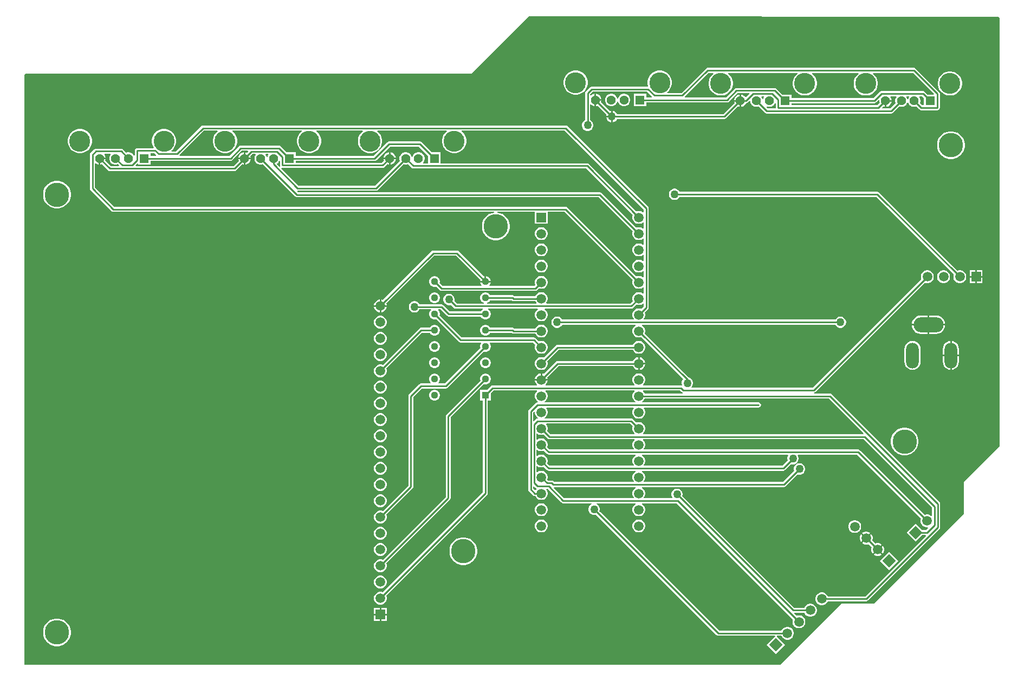
<source format=gbl>
G04*
G04 #@! TF.GenerationSoftware,Altium Limited,Altium Designer,22.1.2 (22)*
G04*
G04 Layer_Physical_Order=2*
G04 Layer_Color=16711680*
%FSLAX25Y25*%
%MOIN*%
G70*
G04*
G04 #@! TF.SameCoordinates,6339715F-6F4B-4C81-9F29-0EB7974063C6*
G04*
G04*
G04 #@! TF.FilePolarity,Positive*
G04*
G01*
G75*
%ADD17C,0.01000*%
%ADD60C,0.05906*%
%ADD61R,0.05906X0.05906*%
%ADD62C,0.12898*%
%ADD63C,0.05622*%
%ADD64R,0.05622X0.05622*%
%ADD65R,0.05906X0.05906*%
%ADD66P,0.08352X4X90.0*%
%ADD67C,0.05900*%
%ADD68R,0.05900X0.05900*%
%ADD69R,0.04449X0.04449*%
%ADD70C,0.04449*%
%ADD71P,0.08352X4X180.0*%
%ADD72O,0.07874X0.15748*%
%ADD73O,0.18504X0.09252*%
%ADD74C,0.05000*%
%ADD75C,0.15000*%
G36*
X599414Y399000D02*
X600000Y398414D01*
Y397000D01*
Y134841D01*
X577915Y112756D01*
Y92915D01*
X522585Y37585D01*
X502744D01*
X465159Y0D01*
X0D01*
Y363414D01*
X586Y364000D01*
X275000D01*
X310000Y399000D01*
Y399146D01*
X310354Y399499D01*
X599414Y399000D01*
D02*
G37*
%LPC*%
G36*
X547400Y367529D02*
X420249D01*
X419664Y367413D01*
X419168Y367081D01*
X404167Y352080D01*
X395527D01*
X395382Y352559D01*
X395615Y352714D01*
X396652Y353752D01*
X397467Y354972D01*
X398029Y356327D01*
X398315Y357766D01*
Y359234D01*
X398029Y360673D01*
X397467Y362028D01*
X396652Y363248D01*
X395615Y364286D01*
X394394Y365101D01*
X393039Y365663D01*
X391600Y365949D01*
X390133D01*
X388693Y365663D01*
X387338Y365101D01*
X386118Y364286D01*
X385080Y363248D01*
X384265Y362028D01*
X383704Y360673D01*
X383417Y359234D01*
Y357766D01*
X383683Y356429D01*
X383529Y356142D01*
X383327Y355929D01*
X348900D01*
X348315Y355813D01*
X347819Y355481D01*
X345419Y353081D01*
X345087Y352585D01*
X344971Y352000D01*
Y335458D01*
X344351Y335101D01*
X343699Y334449D01*
X343238Y333651D01*
X343000Y332761D01*
Y331839D01*
X343238Y330949D01*
X343699Y330151D01*
X344351Y329499D01*
X345149Y329039D01*
X346039Y328800D01*
X346961D01*
X347851Y329039D01*
X348649Y329499D01*
X349301Y330151D01*
X349762Y330949D01*
X350000Y331839D01*
Y332761D01*
X349762Y333651D01*
X349301Y334449D01*
X348649Y335101D01*
X348029Y335458D01*
Y344925D01*
X348529Y345132D01*
X348880Y344781D01*
X349749Y344280D01*
X350719Y344020D01*
X350720D01*
Y347831D01*
Y351642D01*
X350719D01*
X349749Y351382D01*
X348880Y350880D01*
X348529Y350529D01*
X348029Y350736D01*
Y351366D01*
X349534Y352871D01*
X383091D01*
X386102Y349860D01*
X385894Y349360D01*
X382591D01*
Y351642D01*
X374969D01*
Y344020D01*
X382591D01*
Y346301D01*
X432331D01*
X432916Y346418D01*
X433412Y346749D01*
X438775Y352113D01*
X445896D01*
X446088Y351651D01*
X444034Y349597D01*
X443538Y349662D01*
X443533Y349671D01*
X442823Y350380D01*
X441954Y350882D01*
X440985Y351142D01*
X440983D01*
Y347331D01*
Y343520D01*
X440985D01*
X441954Y343779D01*
X442823Y344281D01*
X443533Y344991D01*
X444010Y345817D01*
X444516Y345918D01*
X445012Y346249D01*
X446053Y347290D01*
X446515Y347098D01*
Y346829D01*
X446774Y345860D01*
X447276Y344991D01*
X447986Y344281D01*
X448855Y343779D01*
X449824Y343520D01*
X450827D01*
X451731Y343762D01*
X455555Y339938D01*
X456051Y339607D01*
X456637Y339490D01*
X533277D01*
X533862Y339607D01*
X534358Y339938D01*
X538182Y343762D01*
X539086Y343520D01*
X540090D01*
X541059Y343779D01*
X541928Y344281D01*
X542638Y344991D01*
X543140Y345860D01*
X543266Y346334D01*
X543784D01*
X543911Y345860D01*
X544413Y344991D01*
X545122Y344281D01*
X545991Y343779D01*
X546961Y343520D01*
X547964D01*
X548868Y343762D01*
X550712Y341919D01*
X551208Y341587D01*
X551793Y341471D01*
X561700D01*
X562285Y341587D01*
X562781Y341919D01*
X563113Y342415D01*
X563229Y343000D01*
Y351700D01*
X563113Y352285D01*
X562781Y352781D01*
X548481Y367081D01*
X547985Y367413D01*
X547400Y367529D01*
D02*
G37*
G36*
X339867Y365949D02*
X338400D01*
X336961Y365663D01*
X335606Y365101D01*
X334385Y364286D01*
X333348Y363248D01*
X332533Y362028D01*
X331971Y360673D01*
X331685Y359234D01*
Y357766D01*
X331971Y356327D01*
X332533Y354972D01*
X333348Y353752D01*
X334385Y352714D01*
X335606Y351899D01*
X336961Y351337D01*
X338400Y351051D01*
X339867D01*
X341306Y351337D01*
X342662Y351899D01*
X343882Y352714D01*
X344920Y353752D01*
X345735Y354972D01*
X346296Y356327D01*
X346583Y357766D01*
Y359234D01*
X346296Y360673D01*
X345735Y362028D01*
X344920Y363248D01*
X343882Y364286D01*
X342662Y365101D01*
X341306Y365663D01*
X339867Y365949D01*
D02*
G37*
G36*
X570125Y365449D02*
X568658D01*
X567219Y365163D01*
X565863Y364601D01*
X564643Y363786D01*
X563605Y362748D01*
X562790Y361528D01*
X562229Y360173D01*
X561943Y358734D01*
Y357266D01*
X562229Y355827D01*
X562790Y354472D01*
X563605Y353252D01*
X564643Y352214D01*
X565863Y351399D01*
X567219Y350837D01*
X568658Y350551D01*
X570125D01*
X571564Y350837D01*
X572920Y351399D01*
X574140Y352214D01*
X575177Y353252D01*
X575992Y354472D01*
X576554Y355827D01*
X576840Y357266D01*
Y358734D01*
X576554Y360173D01*
X575992Y361528D01*
X575177Y362748D01*
X574140Y363786D01*
X572920Y364601D01*
X571564Y365163D01*
X570125Y365449D01*
D02*
G37*
G36*
X369439Y351642D02*
X368435D01*
X367466Y351382D01*
X366597Y350880D01*
X365887Y350171D01*
X365386Y349302D01*
X365259Y348828D01*
X364741D01*
X364614Y349302D01*
X364113Y350171D01*
X363403Y350880D01*
X362534Y351382D01*
X361565Y351642D01*
X360561D01*
X359592Y351382D01*
X358723Y350880D01*
X358013Y350171D01*
X357512Y349302D01*
X357252Y348333D01*
Y347329D01*
X357512Y346360D01*
X358013Y345491D01*
X358723Y344781D01*
X359592Y344280D01*
X360561Y344020D01*
X361565D01*
X362534Y344280D01*
X363403Y344781D01*
X364113Y345491D01*
X364614Y346360D01*
X364741Y346833D01*
X365259D01*
X365386Y346360D01*
X365887Y345491D01*
X366597Y344781D01*
X367466Y344280D01*
X368435Y344020D01*
X369439D01*
X370408Y344280D01*
X371277Y344781D01*
X371987Y345491D01*
X372488Y346360D01*
X372748Y347329D01*
Y348333D01*
X372488Y349302D01*
X371987Y350171D01*
X371277Y350880D01*
X370408Y351382D01*
X369439Y351642D01*
D02*
G37*
G36*
X351722D02*
X351720D01*
Y348331D01*
X355031D01*
Y348333D01*
X354772Y349302D01*
X354270Y350171D01*
X353560Y350880D01*
X352691Y351382D01*
X351722Y351642D01*
D02*
G37*
G36*
X439983Y351142D02*
X439982D01*
X439012Y350882D01*
X438143Y350380D01*
X437434Y349671D01*
X436932Y348802D01*
X436672Y347832D01*
Y347831D01*
X439983D01*
Y351142D01*
D02*
G37*
G36*
Y346831D02*
X436672D01*
Y346829D01*
X436914Y345925D01*
X430114Y339124D01*
X364615D01*
X364257Y339744D01*
X363606Y340395D01*
X362807Y340856D01*
X361957Y341084D01*
Y337595D01*
Y334105D01*
X362807Y334333D01*
X363606Y334794D01*
X364257Y335446D01*
X364615Y336065D01*
X430747D01*
X431332Y336182D01*
X431828Y336513D01*
X439077Y343762D01*
X439982Y343520D01*
X439983D01*
Y346831D01*
D02*
G37*
G36*
X355031Y347331D02*
X351720D01*
Y344020D01*
X351722D01*
X352626Y344262D01*
X358142Y338747D01*
X357967Y338095D01*
X360957D01*
Y341084D01*
X360305Y340909D01*
X354789Y346425D01*
X355031Y347329D01*
Y347331D01*
D02*
G37*
G36*
X360957Y337095D02*
X357967D01*
X358195Y336244D01*
X358656Y335446D01*
X359308Y334794D01*
X360106Y334333D01*
X360957Y334105D01*
Y337095D01*
D02*
G37*
G36*
X333100Y332029D02*
X109849D01*
X109264Y331913D01*
X108768Y331581D01*
X93266Y316080D01*
X90527D01*
X90382Y316559D01*
X90614Y316714D01*
X91652Y317752D01*
X92467Y318972D01*
X93029Y320327D01*
X93315Y321766D01*
Y323234D01*
X93029Y324673D01*
X92467Y326028D01*
X91652Y327248D01*
X90614Y328286D01*
X89394Y329101D01*
X88039Y329663D01*
X86600Y329949D01*
X85133D01*
X83693Y329663D01*
X82338Y329101D01*
X81118Y328286D01*
X80080Y327248D01*
X79265Y326028D01*
X78704Y324673D01*
X78417Y323234D01*
Y321766D01*
X78704Y320327D01*
X79265Y318972D01*
X79514Y318599D01*
X79279Y318158D01*
X69400D01*
X68815Y318041D01*
X68319Y317710D01*
X67987Y317214D01*
X67871Y316628D01*
Y313640D01*
X67371Y313506D01*
X66987Y314171D01*
X66277Y314880D01*
X65408Y315382D01*
X64439Y315642D01*
X63435D01*
X62531Y315400D01*
X60649Y317281D01*
X60153Y317613D01*
X59568Y317729D01*
X44000D01*
X43415Y317613D01*
X42919Y317281D01*
X40819Y315181D01*
X40487Y314685D01*
X40371Y314100D01*
Y293200D01*
X40487Y292615D01*
X40819Y292119D01*
X53519Y279419D01*
X54015Y279087D01*
X54600Y278971D01*
X288966D01*
X289015Y278471D01*
X287521Y278173D01*
X285974Y277533D01*
X284582Y276602D01*
X283398Y275418D01*
X282467Y274026D01*
X281827Y272479D01*
X281500Y270837D01*
Y269163D01*
X281827Y267521D01*
X282467Y265974D01*
X283398Y264582D01*
X284582Y263398D01*
X285974Y262467D01*
X287521Y261827D01*
X289163Y261500D01*
X290837D01*
X292479Y261827D01*
X294026Y262467D01*
X295418Y263398D01*
X296602Y264582D01*
X297533Y265974D01*
X298173Y267521D01*
X298500Y269163D01*
Y270837D01*
X298173Y272479D01*
X297533Y274026D01*
X296602Y275418D01*
X295418Y276602D01*
X294026Y277533D01*
X292479Y278173D01*
X290985Y278471D01*
X291034Y278971D01*
X314050D01*
Y271550D01*
X321950D01*
Y278971D01*
X332366D01*
X374318Y237019D01*
X374050Y236020D01*
Y234980D01*
X374319Y233975D01*
X374839Y233075D01*
X375575Y232339D01*
X376475Y231819D01*
X377480Y231550D01*
X378520D01*
X379525Y231819D01*
X380425Y232339D01*
X380509Y232422D01*
X380971Y232231D01*
Y228769D01*
X380509Y228577D01*
X380425Y228661D01*
X379525Y229181D01*
X378520Y229450D01*
X377480D01*
X376475Y229181D01*
X375575Y228661D01*
X374839Y227925D01*
X374319Y227025D01*
X374050Y226020D01*
Y224980D01*
X374318Y223981D01*
X372766Y222429D01*
X321169D01*
X320977Y222891D01*
X321161Y223075D01*
X321681Y223975D01*
X321950Y224980D01*
Y226020D01*
X321681Y227025D01*
X321161Y227925D01*
X320425Y228661D01*
X319525Y229181D01*
X318520Y229450D01*
X317480D01*
X316475Y229181D01*
X315575Y228661D01*
X314839Y227925D01*
X314322Y227029D01*
X301534D01*
X301481Y227081D01*
X300985Y227413D01*
X300400Y227529D01*
X286470D01*
X286210Y227980D01*
X285610Y228580D01*
X284875Y229005D01*
X284054Y229224D01*
X283206D01*
X282385Y229005D01*
X281650Y228580D01*
X281050Y227980D01*
X280625Y227245D01*
X280406Y226425D01*
Y225575D01*
X280625Y224755D01*
X281050Y224020D01*
X281650Y223420D01*
X282385Y222995D01*
X282631Y222929D01*
X282566Y222429D01*
X265933D01*
X264515Y223848D01*
X264700Y224539D01*
Y225461D01*
X264461Y226351D01*
X264001Y227149D01*
X263349Y227801D01*
X262551Y228261D01*
X261661Y228500D01*
X260739D01*
X259849Y228261D01*
X259051Y227801D01*
X258399Y227149D01*
X257939Y226351D01*
X257700Y225461D01*
Y224539D01*
X257939Y223649D01*
X258399Y222851D01*
X259051Y222199D01*
X259849Y221739D01*
X260739Y221500D01*
X261661D01*
X262352Y221685D01*
X264219Y219819D01*
X264715Y219487D01*
X265300Y219371D01*
X282019D01*
X282153Y218871D01*
X281650Y218580D01*
X281050Y217980D01*
X280790Y217529D01*
X261734D01*
X257781Y221481D01*
X257285Y221813D01*
X256700Y221929D01*
X243159D01*
X242801Y222549D01*
X242149Y223201D01*
X241351Y223661D01*
X240461Y223900D01*
X239539D01*
X238649Y223661D01*
X237851Y223201D01*
X237199Y222549D01*
X236738Y221751D01*
X236500Y220861D01*
Y219939D01*
X236738Y219049D01*
X237199Y218251D01*
X237851Y217599D01*
X238649Y217139D01*
X239539Y216900D01*
X240461D01*
X241351Y217139D01*
X242149Y217599D01*
X242801Y218251D01*
X243159Y218871D01*
X249974D01*
X250181Y218371D01*
X249790Y217980D01*
X249365Y217245D01*
X249146Y216424D01*
Y215576D01*
X249365Y214755D01*
X249790Y214020D01*
X250390Y213420D01*
X251125Y212995D01*
X251945Y212776D01*
X252795D01*
X253297Y212910D01*
X267289Y198919D01*
X267785Y198587D01*
X268370Y198471D01*
X280887D01*
X281079Y198009D01*
X281050Y197980D01*
X280625Y197245D01*
X280406Y196424D01*
Y195575D01*
X280540Y195073D01*
X258697Y173229D01*
X254867D01*
X254659Y173729D01*
X254950Y174020D01*
X255375Y174755D01*
X255594Y175575D01*
Y176425D01*
X255375Y177245D01*
X254950Y177980D01*
X254350Y178580D01*
X253615Y179005D01*
X252795Y179224D01*
X251945D01*
X251125Y179005D01*
X250390Y178580D01*
X249790Y177980D01*
X249365Y177245D01*
X249146Y176425D01*
Y175575D01*
X249365Y174755D01*
X249790Y174020D01*
X250081Y173729D01*
X249873Y173229D01*
X244000D01*
X243415Y173113D01*
X242919Y172781D01*
X236719Y166581D01*
X236387Y166085D01*
X236271Y165500D01*
Y110433D01*
X220522Y94684D01*
X219520Y94953D01*
X218480D01*
X217474Y94683D01*
X216573Y94163D01*
X215837Y93427D01*
X215317Y92526D01*
X215047Y91520D01*
Y90480D01*
X215317Y89474D01*
X215837Y88573D01*
X216573Y87837D01*
X217474Y87317D01*
X218480Y87047D01*
X219520D01*
X220526Y87317D01*
X221427Y87837D01*
X222163Y88573D01*
X222683Y89474D01*
X222953Y90480D01*
Y91520D01*
X222685Y92522D01*
X238881Y108719D01*
X239213Y109215D01*
X239329Y109800D01*
Y164866D01*
X244634Y170171D01*
X259330D01*
X259915Y170287D01*
X260411Y170619D01*
X282703Y192910D01*
X283206Y192776D01*
X284054D01*
X284875Y192995D01*
X285610Y193420D01*
X286210Y194020D01*
X286635Y194755D01*
X286854Y195575D01*
Y196424D01*
X286635Y197245D01*
X286210Y197980D01*
X286181Y198009D01*
X286373Y198471D01*
X312866D01*
X314318Y197019D01*
X314050Y196020D01*
Y194980D01*
X314319Y193975D01*
X314839Y193075D01*
X315575Y192339D01*
X316475Y191819D01*
X317480Y191550D01*
X318520D01*
X319525Y191819D01*
X320425Y192339D01*
X321161Y193075D01*
X321681Y193975D01*
X321950Y194980D01*
Y196020D01*
X321681Y197025D01*
X321161Y197925D01*
X320425Y198661D01*
X319525Y199181D01*
X318520Y199450D01*
X317480D01*
X316481Y199182D01*
X314581Y201081D01*
X314085Y201413D01*
X313500Y201529D01*
X269004D01*
X255460Y215073D01*
X255594Y215576D01*
Y216424D01*
X255375Y217245D01*
X254950Y217980D01*
X254559Y218371D01*
X254767Y218871D01*
X256066D01*
X260019Y214919D01*
X260515Y214587D01*
X261100Y214471D01*
X280790D01*
X281050Y214020D01*
X281650Y213420D01*
X282385Y212995D01*
X283206Y212776D01*
X284054D01*
X284875Y212995D01*
X285610Y213420D01*
X286210Y214020D01*
X286635Y214755D01*
X286854Y215576D01*
Y216424D01*
X286635Y217245D01*
X286210Y217980D01*
X285610Y218580D01*
X285107Y218871D01*
X285241Y219371D01*
X315804D01*
X315938Y218871D01*
X315575Y218661D01*
X314839Y217925D01*
X314319Y217025D01*
X314050Y216020D01*
Y214980D01*
X314319Y213975D01*
X314839Y213075D01*
X315575Y212339D01*
X316475Y211819D01*
X317480Y211550D01*
X318520D01*
X319525Y211819D01*
X320425Y212339D01*
X321161Y213075D01*
X321681Y213975D01*
X321950Y214980D01*
Y216020D01*
X321681Y217025D01*
X321161Y217925D01*
X320425Y218661D01*
X320062Y218871D01*
X320196Y219371D01*
X373400D01*
X373985Y219487D01*
X374481Y219819D01*
X376481Y221818D01*
X377480Y221550D01*
X378520D01*
X379525Y221819D01*
X380425Y222339D01*
X380509Y222423D01*
X380971Y222231D01*
Y220634D01*
X379519Y219182D01*
X378520Y219450D01*
X377480D01*
X376475Y219181D01*
X375575Y218661D01*
X374839Y217925D01*
X374319Y217025D01*
X374050Y216020D01*
Y214980D01*
X374319Y213975D01*
X374839Y213075D01*
X374922Y212991D01*
X374731Y212529D01*
X330858D01*
X330501Y213149D01*
X329849Y213801D01*
X329051Y214262D01*
X328161Y214500D01*
X327239D01*
X326349Y214262D01*
X325551Y213801D01*
X324899Y213149D01*
X324439Y212351D01*
X324200Y211461D01*
Y210539D01*
X324439Y209649D01*
X324899Y208851D01*
X325551Y208199D01*
X326349Y207738D01*
X327239Y207500D01*
X328161D01*
X329051Y207738D01*
X329849Y208199D01*
X330501Y208851D01*
X330858Y209471D01*
X375977D01*
X376111Y208971D01*
X375575Y208661D01*
X374839Y207925D01*
X374319Y207025D01*
X374050Y206020D01*
Y204980D01*
X374319Y203975D01*
X374839Y203075D01*
X375575Y202339D01*
X376475Y201819D01*
X377480Y201550D01*
X378520D01*
X379519Y201818D01*
X405394Y175943D01*
X405099Y175649D01*
X404638Y174851D01*
X404400Y173961D01*
Y173039D01*
X404568Y172411D01*
X404189Y171976D01*
X403923Y172029D01*
X380823D01*
X380615Y172529D01*
X381161Y173075D01*
X381681Y173975D01*
X381950Y174980D01*
Y176020D01*
X381681Y177025D01*
X381161Y177925D01*
X380425Y178661D01*
X379525Y179181D01*
X378520Y179450D01*
X377480D01*
X376475Y179181D01*
X375575Y178661D01*
X374839Y177925D01*
X374319Y177025D01*
X374050Y176020D01*
Y174980D01*
X374319Y173975D01*
X374839Y173075D01*
X375384Y172529D01*
X375177Y172029D01*
X320823D01*
X320616Y172529D01*
X321161Y173075D01*
X321681Y173975D01*
X321950Y174980D01*
Y175000D01*
X314050D01*
Y174980D01*
X314319Y173975D01*
X314839Y173075D01*
X315385Y172529D01*
X315177Y172029D01*
X288130D01*
X287545Y171913D01*
X287049Y171581D01*
X284692Y169224D01*
X280406D01*
Y162776D01*
X282101D01*
Y106263D01*
X220522Y44684D01*
X219520Y44953D01*
X218480D01*
X217474Y44683D01*
X216573Y44163D01*
X215837Y43427D01*
X215317Y42526D01*
X215047Y41520D01*
Y40480D01*
X215317Y39474D01*
X215837Y38573D01*
X216573Y37837D01*
X217474Y37317D01*
X218480Y37047D01*
X219520D01*
X220526Y37317D01*
X221427Y37837D01*
X222163Y38573D01*
X222683Y39474D01*
X222953Y40480D01*
Y41520D01*
X222685Y42522D01*
X284711Y104549D01*
X285043Y105045D01*
X285159Y105630D01*
Y162776D01*
X286854D01*
Y167061D01*
X288763Y168971D01*
X315177D01*
X315385Y168471D01*
X314839Y167925D01*
X314319Y167025D01*
X314050Y166020D01*
Y164980D01*
X314319Y163975D01*
X314839Y163075D01*
X315575Y162339D01*
X316111Y162029D01*
X315977Y161529D01*
X315500D01*
X314915Y161413D01*
X314419Y161081D01*
X310419Y157081D01*
X310087Y156585D01*
X309971Y156000D01*
Y108000D01*
X310087Y107415D01*
X310419Y106919D01*
X312919Y104419D01*
X313415Y104087D01*
X314000Y103971D01*
X314322D01*
X314839Y103075D01*
X315575Y102339D01*
X316475Y101819D01*
X317480Y101550D01*
X318520D01*
X319525Y101819D01*
X320425Y102339D01*
X321161Y103075D01*
X321681Y103975D01*
X321950Y104980D01*
Y106020D01*
X321681Y107025D01*
X321161Y107925D01*
X321128Y107959D01*
X321319Y108421D01*
X321866D01*
X330369Y99919D01*
X330865Y99587D01*
X331450Y99471D01*
X348858D01*
X348992Y98971D01*
X348351Y98601D01*
X347699Y97949D01*
X347238Y97151D01*
X347000Y96261D01*
Y95339D01*
X347238Y94449D01*
X347699Y93651D01*
X348351Y92999D01*
X349149Y92538D01*
X350039Y92300D01*
X350961D01*
X351652Y92485D01*
X425790Y18348D01*
X426286Y18016D01*
X426871Y17900D01*
X461656D01*
X461848Y17438D01*
X456768Y12358D01*
X462358Y6768D01*
X467948Y12358D01*
X462868Y17438D01*
X463059Y17900D01*
X465748D01*
X466266Y17002D01*
X467002Y16266D01*
X467903Y15746D01*
X468909Y15476D01*
X469949D01*
X470955Y15746D01*
X471856Y16266D01*
X472592Y17002D01*
X473112Y17903D01*
X473382Y18909D01*
Y19949D01*
X473112Y20955D01*
X472592Y21856D01*
X471856Y22592D01*
X470955Y23112D01*
X469949Y23382D01*
X468909D01*
X467903Y23112D01*
X467002Y22592D01*
X466266Y21856D01*
X465748Y20958D01*
X427504D01*
X353815Y94648D01*
X354000Y95339D01*
Y96261D01*
X353762Y97151D01*
X353301Y97949D01*
X352649Y98601D01*
X352008Y98971D01*
X352142Y99471D01*
X375977D01*
X376111Y98971D01*
X375575Y98661D01*
X374839Y97925D01*
X374319Y97025D01*
X374050Y96020D01*
Y94980D01*
X374319Y93975D01*
X374839Y93075D01*
X375575Y92339D01*
X376475Y91819D01*
X377480Y91550D01*
X378520D01*
X379525Y91819D01*
X380425Y92339D01*
X381161Y93075D01*
X381681Y93975D01*
X381950Y94980D01*
Y96020D01*
X381681Y97025D01*
X381161Y97925D01*
X380425Y98661D01*
X379889Y98971D01*
X380023Y99471D01*
X401367D01*
X472816Y28022D01*
X472547Y27020D01*
Y25980D01*
X472817Y24974D01*
X473337Y24073D01*
X474073Y23337D01*
X474974Y22817D01*
X475980Y22547D01*
X477020D01*
X478026Y22817D01*
X478927Y23337D01*
X479663Y24073D01*
X480183Y24974D01*
X480453Y25980D01*
Y27020D01*
X480183Y28026D01*
X479663Y28927D01*
X478927Y29663D01*
X478026Y30183D01*
X477020Y30453D01*
X475980D01*
X474978Y30185D01*
X473583Y31580D01*
X473775Y32042D01*
X479890D01*
X480408Y31144D01*
X481144Y30408D01*
X482045Y29888D01*
X483051Y29618D01*
X484091D01*
X485097Y29888D01*
X485998Y30408D01*
X486734Y31144D01*
X487254Y32045D01*
X487524Y33051D01*
Y34091D01*
X487254Y35097D01*
X486734Y35998D01*
X485998Y36734D01*
X485097Y37254D01*
X484091Y37524D01*
X483051D01*
X482045Y37254D01*
X481144Y36734D01*
X480408Y35998D01*
X479890Y35100D01*
X473562D01*
X404815Y103848D01*
X405000Y104539D01*
Y105461D01*
X404762Y106351D01*
X404301Y107149D01*
X403649Y107801D01*
X402851Y108262D01*
X401961Y108500D01*
X401039D01*
X400149Y108262D01*
X399351Y107801D01*
X398699Y107149D01*
X398238Y106351D01*
X398000Y105461D01*
Y104539D01*
X398238Y103649D01*
X398596Y103029D01*
X398359Y102529D01*
X381269D01*
X381078Y102991D01*
X381161Y103075D01*
X381681Y103975D01*
X381950Y104980D01*
Y106020D01*
X381681Y107025D01*
X381161Y107925D01*
X380425Y108661D01*
X379889Y108971D01*
X380023Y109471D01*
X467300D01*
X467885Y109587D01*
X468381Y109919D01*
X475748Y117285D01*
X476439Y117100D01*
X477361D01*
X478251Y117339D01*
X479049Y117799D01*
X479701Y118451D01*
X480162Y119249D01*
X480400Y120139D01*
Y121061D01*
X480162Y121951D01*
X479701Y122749D01*
X479049Y123401D01*
X478251Y123862D01*
X477361Y124100D01*
X476439D01*
X475549Y123862D01*
X474751Y123401D01*
X474099Y122749D01*
X473638Y121951D01*
X473400Y121061D01*
Y120139D01*
X473585Y119448D01*
X466667Y112529D01*
X381269D01*
X381078Y112991D01*
X381161Y113075D01*
X381681Y113975D01*
X381950Y114980D01*
Y116020D01*
X381681Y117025D01*
X381161Y117925D01*
X380425Y118661D01*
X379889Y118971D01*
X380023Y119471D01*
X466900D01*
X467485Y119587D01*
X467981Y119919D01*
X471748Y123685D01*
X472439Y123500D01*
X473361D01*
X474251Y123739D01*
X475049Y124199D01*
X475701Y124851D01*
X476161Y125649D01*
X476400Y126539D01*
Y127461D01*
X476161Y128351D01*
X475804Y128971D01*
X476041Y129471D01*
X512336D01*
X551714Y90093D01*
X551446Y89091D01*
Y88051D01*
X551715Y87045D01*
X552236Y86144D01*
X552972Y85408D01*
X553873Y84888D01*
X554878Y84618D01*
X555648D01*
X555855Y84118D01*
X554767Y83029D01*
X552388D01*
X548328Y87090D01*
X542738Y81500D01*
X548328Y75910D01*
X552388Y79971D01*
X554354D01*
X554546Y79509D01*
X517209Y42172D01*
X494323D01*
X493805Y43069D01*
X493069Y43805D01*
X492168Y44326D01*
X491163Y44595D01*
X490122D01*
X489116Y44326D01*
X488215Y43805D01*
X487479Y43069D01*
X486959Y42168D01*
X486689Y41163D01*
Y40122D01*
X486959Y39116D01*
X487479Y38215D01*
X488215Y37479D01*
X489116Y36959D01*
X490122Y36689D01*
X491163D01*
X492168Y36959D01*
X493069Y37479D01*
X493805Y38215D01*
X494323Y39113D01*
X517842D01*
X518428Y39229D01*
X518924Y39561D01*
X562981Y83619D01*
X563313Y84115D01*
X563429Y84700D01*
Y99100D01*
X563313Y99685D01*
X562981Y100181D01*
X496581Y166581D01*
X496085Y166913D01*
X495500Y167029D01*
X485846D01*
X485796Y167529D01*
X486085Y167587D01*
X486581Y167918D01*
X553978Y235315D01*
X554980Y235047D01*
X556020D01*
X557026Y235317D01*
X557927Y235837D01*
X558663Y236573D01*
X559183Y237474D01*
X559453Y238480D01*
Y239520D01*
X559183Y240526D01*
X558663Y241427D01*
X557927Y242163D01*
X557026Y242683D01*
X556020Y242953D01*
X554980D01*
X553974Y242683D01*
X553073Y242163D01*
X552337Y241427D01*
X551817Y240526D01*
X551547Y239520D01*
Y238480D01*
X551816Y237478D01*
X484866Y170529D01*
X410586D01*
X410379Y171029D01*
X410701Y171351D01*
X411162Y172149D01*
X411400Y173039D01*
Y173961D01*
X411162Y174851D01*
X410701Y175649D01*
X410049Y176301D01*
X409251Y176761D01*
X408774Y176889D01*
X381682Y203981D01*
X381950Y204980D01*
Y206020D01*
X381681Y207025D01*
X381161Y207925D01*
X380425Y208661D01*
X379889Y208971D01*
X380023Y209471D01*
X498841D01*
X499199Y208851D01*
X499851Y208199D01*
X500649Y207738D01*
X501539Y207500D01*
X502461D01*
X503351Y207738D01*
X504149Y208199D01*
X504801Y208851D01*
X505262Y209649D01*
X505500Y210539D01*
Y211461D01*
X505262Y212351D01*
X504801Y213149D01*
X504149Y213801D01*
X503351Y214262D01*
X502461Y214500D01*
X501539D01*
X500649Y214262D01*
X499851Y213801D01*
X499199Y213149D01*
X498841Y212529D01*
X381269D01*
X381078Y212991D01*
X381161Y213075D01*
X381681Y213975D01*
X381950Y214980D01*
Y216020D01*
X381682Y217019D01*
X383581Y218919D01*
X383913Y219415D01*
X384029Y220000D01*
Y281100D01*
X383913Y281685D01*
X383581Y282181D01*
X334181Y331581D01*
X333685Y331913D01*
X333100Y332029D01*
D02*
G37*
G36*
X34867Y329949D02*
X33400D01*
X31961Y329663D01*
X30606Y329101D01*
X29386Y328286D01*
X28348Y327248D01*
X27533Y326028D01*
X26971Y324673D01*
X26685Y323234D01*
Y321766D01*
X26971Y320327D01*
X27533Y318972D01*
X28348Y317752D01*
X29386Y316714D01*
X30606Y315899D01*
X31961Y315337D01*
X33400Y315051D01*
X34867D01*
X36307Y315337D01*
X37662Y315899D01*
X38882Y316714D01*
X39920Y317752D01*
X40735Y318972D01*
X41296Y320327D01*
X41583Y321766D01*
Y323234D01*
X41296Y324673D01*
X40735Y326028D01*
X39920Y327248D01*
X38882Y328286D01*
X37662Y329101D01*
X36307Y329663D01*
X34867Y329949D01*
D02*
G37*
G36*
X570837Y328500D02*
X569163D01*
X567521Y328173D01*
X565974Y327533D01*
X564582Y326602D01*
X563398Y325418D01*
X562467Y324026D01*
X561827Y322479D01*
X561500Y320837D01*
Y319163D01*
X561827Y317521D01*
X562467Y315974D01*
X563398Y314582D01*
X564582Y313398D01*
X565974Y312467D01*
X567521Y311827D01*
X569163Y311500D01*
X570837D01*
X572479Y311827D01*
X574026Y312467D01*
X575418Y313398D01*
X576602Y314582D01*
X577533Y315974D01*
X578173Y317521D01*
X578500Y319163D01*
Y320837D01*
X578173Y322479D01*
X577533Y324026D01*
X576602Y325418D01*
X575418Y326602D01*
X574026Y327533D01*
X572479Y328173D01*
X570837Y328500D01*
D02*
G37*
G36*
X20837Y298000D02*
X19163D01*
X17521Y297673D01*
X15974Y297033D01*
X14582Y296102D01*
X13398Y294918D01*
X12467Y293526D01*
X11827Y291979D01*
X11500Y290337D01*
Y288663D01*
X11827Y287021D01*
X12467Y285474D01*
X13398Y284082D01*
X14582Y282898D01*
X15974Y281967D01*
X17521Y281327D01*
X19163Y281000D01*
X20837D01*
X22479Y281327D01*
X24026Y281967D01*
X25418Y282898D01*
X26602Y284082D01*
X27533Y285474D01*
X28173Y287021D01*
X28500Y288663D01*
Y290337D01*
X28173Y291979D01*
X27533Y293526D01*
X26602Y294918D01*
X25418Y296102D01*
X24026Y297033D01*
X22479Y297673D01*
X20837Y298000D01*
D02*
G37*
G36*
X318520Y269450D02*
X317480D01*
X316475Y269181D01*
X315575Y268661D01*
X314839Y267925D01*
X314319Y267025D01*
X314050Y266020D01*
Y264980D01*
X314319Y263975D01*
X314839Y263075D01*
X315575Y262339D01*
X316475Y261819D01*
X317480Y261550D01*
X318520D01*
X319525Y261819D01*
X320425Y262339D01*
X321161Y263075D01*
X321681Y263975D01*
X321950Y264980D01*
Y266020D01*
X321681Y267025D01*
X321161Y267925D01*
X320425Y268661D01*
X319525Y269181D01*
X318520Y269450D01*
D02*
G37*
G36*
Y259450D02*
X317480D01*
X316475Y259181D01*
X315575Y258661D01*
X314839Y257925D01*
X314319Y257025D01*
X314050Y256020D01*
Y254980D01*
X314319Y253975D01*
X314839Y253075D01*
X315575Y252339D01*
X316475Y251819D01*
X317480Y251550D01*
X318520D01*
X319525Y251819D01*
X320425Y252339D01*
X321161Y253075D01*
X321681Y253975D01*
X321950Y254980D01*
Y256020D01*
X321681Y257025D01*
X321161Y257925D01*
X320425Y258661D01*
X319525Y259181D01*
X318520Y259450D01*
D02*
G37*
G36*
Y249450D02*
X317480D01*
X316475Y249181D01*
X315575Y248661D01*
X314839Y247925D01*
X314319Y247025D01*
X314050Y246020D01*
Y244980D01*
X314319Y243975D01*
X314839Y243075D01*
X315575Y242339D01*
X316475Y241819D01*
X317480Y241550D01*
X318520D01*
X319525Y241819D01*
X320425Y242339D01*
X321161Y243075D01*
X321681Y243975D01*
X321950Y244980D01*
Y246020D01*
X321681Y247025D01*
X321161Y247925D01*
X320425Y248661D01*
X319525Y249181D01*
X318520Y249450D01*
D02*
G37*
G36*
X589453Y242953D02*
X586000D01*
Y239500D01*
X589453D01*
Y242953D01*
D02*
G37*
G36*
X585000D02*
X581547D01*
Y239500D01*
X585000D01*
Y242953D01*
D02*
G37*
G36*
X284130Y239204D02*
Y236500D01*
X286834D01*
X286635Y237245D01*
X286210Y237980D01*
X285610Y238580D01*
X284875Y239005D01*
X284130Y239204D01*
D02*
G37*
G36*
X266130Y255029D02*
X251500D01*
X250915Y254913D01*
X250419Y254581D01*
X220522Y224685D01*
X219520Y224953D01*
X219500D01*
Y221500D01*
X222953D01*
Y221520D01*
X222685Y222522D01*
X252133Y251971D01*
X265496D01*
X280540Y236927D01*
X280426Y236500D01*
X283130D01*
Y239204D01*
X282703Y239090D01*
X267211Y254581D01*
X266715Y254913D01*
X266130Y255029D01*
D02*
G37*
G36*
X589453Y238500D02*
X586000D01*
Y235047D01*
X589453D01*
Y238500D01*
D02*
G37*
G36*
X585000D02*
X581547D01*
Y235047D01*
X585000D01*
Y238500D01*
D02*
G37*
G36*
X400461Y293200D02*
X399539D01*
X398649Y292962D01*
X397851Y292501D01*
X397199Y291849D01*
X396739Y291051D01*
X396500Y290161D01*
Y289239D01*
X396739Y288349D01*
X397199Y287551D01*
X397851Y286899D01*
X398649Y286438D01*
X399539Y286200D01*
X400461D01*
X401351Y286438D01*
X402149Y286899D01*
X402801Y287551D01*
X403159Y288171D01*
X524166D01*
X571815Y240522D01*
X571547Y239520D01*
Y238480D01*
X571817Y237474D01*
X572337Y236573D01*
X573073Y235837D01*
X573974Y235317D01*
X574980Y235047D01*
X576020D01*
X577026Y235317D01*
X577927Y235837D01*
X578663Y236573D01*
X579183Y237474D01*
X579453Y238480D01*
Y239520D01*
X579183Y240526D01*
X578663Y241427D01*
X577927Y242163D01*
X577026Y242683D01*
X576020Y242953D01*
X574980D01*
X573978Y242685D01*
X525881Y290781D01*
X525385Y291113D01*
X524800Y291229D01*
X403159D01*
X402801Y291849D01*
X402149Y292501D01*
X401351Y292962D01*
X400461Y293200D01*
D02*
G37*
G36*
X566020Y242953D02*
X564980D01*
X563974Y242683D01*
X563073Y242163D01*
X562337Y241427D01*
X561817Y240526D01*
X561547Y239520D01*
Y238480D01*
X561817Y237474D01*
X562337Y236573D01*
X563073Y235837D01*
X563974Y235317D01*
X564980Y235047D01*
X566020D01*
X567026Y235317D01*
X567927Y235837D01*
X568663Y236573D01*
X569183Y237474D01*
X569453Y238480D01*
Y239520D01*
X569183Y240526D01*
X568663Y241427D01*
X567927Y242163D01*
X567026Y242683D01*
X566020Y242953D01*
D02*
G37*
G36*
X318520Y239450D02*
X317480D01*
X316475Y239181D01*
X315575Y238661D01*
X314839Y237925D01*
X314319Y237025D01*
X314050Y236020D01*
Y234980D01*
X314318Y233981D01*
X313667Y233329D01*
X286227D01*
X286019Y233829D01*
X286210Y234020D01*
X286635Y234755D01*
X286834Y235500D01*
X283630D01*
X280426D01*
X280625Y234755D01*
X281050Y234020D01*
X281241Y233829D01*
X281033Y233329D01*
X257204D01*
X255460Y235073D01*
X255594Y235576D01*
Y236424D01*
X255375Y237245D01*
X254950Y237980D01*
X254350Y238580D01*
X253615Y239005D01*
X252795Y239224D01*
X251945D01*
X251125Y239005D01*
X250390Y238580D01*
X249790Y237980D01*
X249365Y237245D01*
X249146Y236424D01*
Y235576D01*
X249365Y234755D01*
X249790Y234020D01*
X250390Y233420D01*
X251125Y232995D01*
X251945Y232776D01*
X252795D01*
X253297Y232910D01*
X255489Y230719D01*
X255985Y230387D01*
X256570Y230271D01*
X314300D01*
X314885Y230387D01*
X315381Y230719D01*
X316481Y231818D01*
X317480Y231550D01*
X318520D01*
X319525Y231819D01*
X320425Y232339D01*
X321161Y233075D01*
X321681Y233975D01*
X321950Y234980D01*
Y236020D01*
X321681Y237025D01*
X321161Y237925D01*
X320425Y238661D01*
X319525Y239181D01*
X318520Y239450D01*
D02*
G37*
G36*
X252795Y229224D02*
X251945D01*
X251125Y229005D01*
X250390Y228580D01*
X249790Y227980D01*
X249365Y227245D01*
X249146Y226425D01*
Y225575D01*
X249365Y224755D01*
X249790Y224020D01*
X250390Y223420D01*
X251125Y222995D01*
X251945Y222776D01*
X252795D01*
X253615Y222995D01*
X254350Y223420D01*
X254950Y224020D01*
X255375Y224755D01*
X255594Y225575D01*
Y226425D01*
X255375Y227245D01*
X254950Y227980D01*
X254350Y228580D01*
X253615Y229005D01*
X252795Y229224D01*
D02*
G37*
G36*
X218500Y224953D02*
X218480D01*
X217474Y224683D01*
X216573Y224163D01*
X215837Y223427D01*
X215317Y222526D01*
X215047Y221520D01*
Y221500D01*
X218500D01*
Y224953D01*
D02*
G37*
G36*
X222953Y220500D02*
X219500D01*
Y217047D01*
X219520D01*
X220526Y217317D01*
X221427Y217837D01*
X222163Y218573D01*
X222683Y219474D01*
X222953Y220480D01*
Y220500D01*
D02*
G37*
G36*
X218500D02*
X215047D01*
Y220480D01*
X215317Y219474D01*
X215837Y218573D01*
X216573Y217837D01*
X217474Y217317D01*
X218480Y217047D01*
X218500D01*
Y220500D01*
D02*
G37*
G36*
X560846Y215072D02*
X556720D01*
Y209898D01*
X566455D01*
X566328Y210866D01*
X565761Y212235D01*
X564859Y213410D01*
X563684Y214312D01*
X562315Y214879D01*
X560846Y215072D01*
D02*
G37*
G36*
X555720D02*
X551594D01*
X550126Y214879D01*
X548757Y214312D01*
X547582Y213410D01*
X546680Y212235D01*
X546113Y210866D01*
X545986Y209898D01*
X555720D01*
Y215072D01*
D02*
G37*
G36*
X219520Y214953D02*
X218480D01*
X217474Y214683D01*
X216573Y214163D01*
X215837Y213427D01*
X215317Y212526D01*
X215047Y211520D01*
Y210480D01*
X215317Y209474D01*
X215837Y208573D01*
X216573Y207837D01*
X217474Y207317D01*
X218480Y207047D01*
X219520D01*
X220526Y207317D01*
X221427Y207837D01*
X222163Y208573D01*
X222683Y209474D01*
X222953Y210480D01*
Y211520D01*
X222683Y212526D01*
X222163Y213427D01*
X221427Y214163D01*
X220526Y214683D01*
X219520Y214953D01*
D02*
G37*
G36*
X318520Y209450D02*
X317480D01*
X316475Y209181D01*
X315575Y208661D01*
X314839Y207925D01*
X314322Y207029D01*
X301534D01*
X301481Y207081D01*
X300985Y207413D01*
X300400Y207529D01*
X286470D01*
X286210Y207980D01*
X285610Y208580D01*
X284875Y209005D01*
X284054Y209224D01*
X283206D01*
X282385Y209005D01*
X281650Y208580D01*
X281050Y207980D01*
X280625Y207245D01*
X280406Y206424D01*
Y205575D01*
X280625Y204755D01*
X281050Y204020D01*
X281650Y203420D01*
X282385Y202995D01*
X283206Y202776D01*
X284054D01*
X284875Y202995D01*
X285610Y203420D01*
X286210Y204020D01*
X286470Y204471D01*
X299766D01*
X299819Y204419D01*
X300315Y204087D01*
X300900Y203971D01*
X314322D01*
X314839Y203075D01*
X315575Y202339D01*
X316475Y201819D01*
X317480Y201550D01*
X318520D01*
X319525Y201819D01*
X320425Y202339D01*
X321161Y203075D01*
X321681Y203975D01*
X321950Y204980D01*
Y206020D01*
X321681Y207025D01*
X321161Y207925D01*
X320425Y208661D01*
X319525Y209181D01*
X318520Y209450D01*
D02*
G37*
G36*
X566455Y208898D02*
X556720D01*
Y203723D01*
X560846D01*
X562315Y203916D01*
X563684Y204483D01*
X564859Y205385D01*
X565761Y206560D01*
X566328Y207929D01*
X566455Y208898D01*
D02*
G37*
G36*
X555720D02*
X545986D01*
X546113Y207929D01*
X546680Y206560D01*
X547582Y205385D01*
X548757Y204483D01*
X550126Y203916D01*
X551594Y203723D01*
X555720D01*
Y208898D01*
D02*
G37*
G36*
X252795Y209224D02*
X251945D01*
X251125Y209005D01*
X250390Y208580D01*
X249790Y207980D01*
X249530Y207529D01*
X244000D01*
X243415Y207413D01*
X242919Y207081D01*
X220522Y184685D01*
X219520Y184953D01*
X218480D01*
X217474Y184683D01*
X216573Y184163D01*
X215837Y183427D01*
X215317Y182526D01*
X215047Y181520D01*
Y180480D01*
X215317Y179474D01*
X215837Y178573D01*
X216573Y177837D01*
X217474Y177317D01*
X218480Y177047D01*
X219520D01*
X220526Y177317D01*
X221427Y177837D01*
X222163Y178573D01*
X222683Y179474D01*
X222953Y180480D01*
Y181520D01*
X222685Y182522D01*
X244634Y204471D01*
X249530D01*
X249790Y204020D01*
X250390Y203420D01*
X251125Y202995D01*
X251945Y202776D01*
X252795D01*
X253615Y202995D01*
X254350Y203420D01*
X254950Y204020D01*
X255375Y204755D01*
X255594Y205575D01*
Y206424D01*
X255375Y207245D01*
X254950Y207980D01*
X254350Y208580D01*
X253615Y209005D01*
X252795Y209224D01*
D02*
G37*
G36*
X219520Y204953D02*
X218480D01*
X217474Y204683D01*
X216573Y204163D01*
X215837Y203427D01*
X215317Y202526D01*
X215047Y201520D01*
Y200480D01*
X215317Y199474D01*
X215837Y198573D01*
X216573Y197837D01*
X217474Y197317D01*
X218480Y197047D01*
X219520D01*
X220526Y197317D01*
X221427Y197837D01*
X222163Y198573D01*
X222683Y199474D01*
X222953Y200480D01*
Y201520D01*
X222683Y202526D01*
X222163Y203427D01*
X221427Y204163D01*
X220526Y204683D01*
X219520Y204953D01*
D02*
G37*
G36*
X252795Y199224D02*
X251945D01*
X251125Y199005D01*
X250390Y198580D01*
X249790Y197980D01*
X249365Y197245D01*
X249146Y196424D01*
Y195575D01*
X249365Y194755D01*
X249790Y194020D01*
X250390Y193420D01*
X251125Y192995D01*
X251945Y192776D01*
X252795D01*
X253615Y192995D01*
X254350Y193420D01*
X254950Y194020D01*
X255375Y194755D01*
X255594Y195575D01*
Y196424D01*
X255375Y197245D01*
X254950Y197980D01*
X254350Y198580D01*
X253615Y199005D01*
X252795Y199224D01*
D02*
G37*
G36*
X378520Y199450D02*
X377480D01*
X376475Y199181D01*
X375575Y198661D01*
X374839Y197925D01*
X374322Y197029D01*
X328000D01*
X327415Y196913D01*
X326919Y196581D01*
X319519Y189182D01*
X318520Y189450D01*
X317480D01*
X316475Y189181D01*
X315575Y188661D01*
X314839Y187925D01*
X314319Y187025D01*
X314050Y186020D01*
Y184980D01*
X314319Y183975D01*
X314839Y183075D01*
X315575Y182339D01*
X316475Y181819D01*
X317480Y181550D01*
X318520D01*
X319525Y181819D01*
X320425Y182339D01*
X321161Y183075D01*
X321681Y183975D01*
X321950Y184980D01*
Y186020D01*
X321682Y187019D01*
X328633Y193971D01*
X374322D01*
X374839Y193075D01*
X375575Y192339D01*
X376475Y191819D01*
X377480Y191550D01*
X378520D01*
X379525Y191819D01*
X380425Y192339D01*
X381161Y193075D01*
X381681Y193975D01*
X381950Y194980D01*
Y196020D01*
X381681Y197025D01*
X381161Y197925D01*
X380425Y198661D01*
X379525Y199181D01*
X378520Y199450D01*
D02*
G37*
G36*
X570500Y199351D02*
Y191000D01*
X574980D01*
Y194437D01*
X574810Y195726D01*
X574312Y196927D01*
X573521Y197958D01*
X572490Y198749D01*
X571289Y199247D01*
X570500Y199351D01*
D02*
G37*
G36*
X569500D02*
X568711Y199247D01*
X567510Y198749D01*
X566479Y197958D01*
X565688Y196927D01*
X565190Y195726D01*
X565020Y194437D01*
Y191000D01*
X569500D01*
Y199351D01*
D02*
G37*
G36*
X219520Y194953D02*
X218480D01*
X217474Y194683D01*
X216573Y194163D01*
X215837Y193427D01*
X215317Y192526D01*
X215047Y191520D01*
Y190480D01*
X215317Y189474D01*
X215837Y188573D01*
X216573Y187837D01*
X217474Y187317D01*
X218480Y187047D01*
X219520D01*
X220526Y187317D01*
X221427Y187837D01*
X222163Y188573D01*
X222683Y189474D01*
X222953Y190480D01*
Y191520D01*
X222683Y192526D01*
X222163Y193427D01*
X221427Y194163D01*
X220526Y194683D01*
X219520Y194953D01*
D02*
G37*
G36*
X378520Y189450D02*
X378500D01*
Y186000D01*
X381950D01*
Y186020D01*
X381681Y187025D01*
X381161Y187925D01*
X380425Y188661D01*
X379525Y189181D01*
X378520Y189450D01*
D02*
G37*
G36*
X284054Y189224D02*
X283206D01*
X282385Y189005D01*
X281650Y188580D01*
X281050Y187980D01*
X280625Y187245D01*
X280406Y186425D01*
Y185575D01*
X280625Y184755D01*
X281050Y184020D01*
X281650Y183420D01*
X282385Y182995D01*
X283206Y182776D01*
X284054D01*
X284875Y182995D01*
X285610Y183420D01*
X286210Y184020D01*
X286635Y184755D01*
X286854Y185575D01*
Y186425D01*
X286635Y187245D01*
X286210Y187980D01*
X285610Y188580D01*
X284875Y189005D01*
X284054Y189224D01*
D02*
G37*
G36*
X252795D02*
X251945D01*
X251125Y189005D01*
X250390Y188580D01*
X249790Y187980D01*
X249365Y187245D01*
X249146Y186425D01*
Y185575D01*
X249365Y184755D01*
X249790Y184020D01*
X250390Y183420D01*
X251125Y182995D01*
X251945Y182776D01*
X252795D01*
X253615Y182995D01*
X254350Y183420D01*
X254950Y184020D01*
X255375Y184755D01*
X255594Y185575D01*
Y186425D01*
X255375Y187245D01*
X254950Y187980D01*
X254350Y188580D01*
X253615Y189005D01*
X252795Y189224D01*
D02*
G37*
G36*
X574980Y190000D02*
X570500D01*
Y181649D01*
X571289Y181753D01*
X572490Y182250D01*
X573521Y183042D01*
X574312Y184073D01*
X574810Y185274D01*
X574980Y186563D01*
Y190000D01*
D02*
G37*
G36*
X569500D02*
X565020D01*
Y186563D01*
X565190Y185274D01*
X565688Y184073D01*
X566479Y183042D01*
X567510Y182250D01*
X568711Y181753D01*
X569500Y181649D01*
Y190000D01*
D02*
G37*
G36*
X546378Y199417D02*
X545089Y199247D01*
X543888Y198749D01*
X542857Y197958D01*
X542065Y196927D01*
X541568Y195726D01*
X541398Y194437D01*
Y186563D01*
X541568Y185274D01*
X542065Y184073D01*
X542857Y183042D01*
X543888Y182250D01*
X545089Y181753D01*
X546378Y181583D01*
X547667Y181753D01*
X548868Y182250D01*
X549899Y183042D01*
X550691Y184073D01*
X551188Y185274D01*
X551358Y186563D01*
Y194437D01*
X551188Y195726D01*
X550691Y196927D01*
X549899Y197958D01*
X548868Y198749D01*
X547667Y199247D01*
X546378Y199417D01*
D02*
G37*
G36*
X381950Y185000D02*
X378500D01*
Y181550D01*
X378520D01*
X379525Y181819D01*
X380425Y182339D01*
X381161Y183075D01*
X381681Y183975D01*
X381950Y184980D01*
Y185000D01*
D02*
G37*
G36*
X377500Y189450D02*
X377480D01*
X376475Y189181D01*
X375575Y188661D01*
X374839Y187925D01*
X374322Y187029D01*
X328000D01*
X327415Y186913D01*
X326919Y186581D01*
X319519Y179182D01*
X318520Y179450D01*
X318500D01*
Y176000D01*
X321950D01*
Y176020D01*
X321682Y177019D01*
X328633Y183971D01*
X374322D01*
X374839Y183075D01*
X375575Y182339D01*
X376475Y181819D01*
X377480Y181550D01*
X377500D01*
Y185500D01*
Y189450D01*
D02*
G37*
G36*
X317500Y179450D02*
X317480D01*
X316475Y179181D01*
X315575Y178661D01*
X314839Y177925D01*
X314319Y177025D01*
X314050Y176020D01*
Y176000D01*
X317500D01*
Y179450D01*
D02*
G37*
G36*
X284054Y179224D02*
X283206D01*
X282385Y179005D01*
X281650Y178580D01*
X281050Y177980D01*
X280625Y177245D01*
X280406Y176425D01*
Y175575D01*
X280540Y175073D01*
X259619Y154151D01*
X259287Y153655D01*
X259171Y153070D01*
Y103333D01*
X220522Y64684D01*
X219520Y64953D01*
X218480D01*
X217474Y64683D01*
X216573Y64163D01*
X215837Y63427D01*
X215317Y62526D01*
X215047Y61520D01*
Y60480D01*
X215317Y59474D01*
X215837Y58573D01*
X216573Y57837D01*
X217474Y57317D01*
X218480Y57047D01*
X219520D01*
X220526Y57317D01*
X221427Y57837D01*
X222163Y58573D01*
X222683Y59474D01*
X222953Y60480D01*
Y61520D01*
X222685Y62522D01*
X261781Y101619D01*
X262113Y102115D01*
X262229Y102700D01*
Y152436D01*
X282703Y172910D01*
X283206Y172776D01*
X284054D01*
X284875Y172995D01*
X285610Y173420D01*
X286210Y174020D01*
X286635Y174755D01*
X286854Y175575D01*
Y176425D01*
X286635Y177245D01*
X286210Y177980D01*
X285610Y178580D01*
X284875Y179005D01*
X284054Y179224D01*
D02*
G37*
G36*
X219520Y174953D02*
X218480D01*
X217474Y174683D01*
X216573Y174163D01*
X215837Y173427D01*
X215317Y172526D01*
X215047Y171520D01*
Y170480D01*
X215317Y169474D01*
X215837Y168573D01*
X216573Y167837D01*
X217474Y167317D01*
X218480Y167047D01*
X219520D01*
X220526Y167317D01*
X221427Y167837D01*
X222163Y168573D01*
X222683Y169474D01*
X222953Y170480D01*
Y171520D01*
X222683Y172526D01*
X222163Y173427D01*
X221427Y174163D01*
X220526Y174683D01*
X219520Y174953D01*
D02*
G37*
G36*
X252795Y169224D02*
X251945D01*
X251125Y169005D01*
X250390Y168580D01*
X249790Y167980D01*
X249365Y167245D01*
X249146Y166425D01*
Y165576D01*
X249365Y164755D01*
X249790Y164020D01*
X250390Y163420D01*
X251125Y162995D01*
X251945Y162776D01*
X252795D01*
X253615Y162995D01*
X254350Y163420D01*
X254950Y164020D01*
X255375Y164755D01*
X255594Y165576D01*
Y166425D01*
X255375Y167245D01*
X254950Y167980D01*
X254350Y168580D01*
X253615Y169005D01*
X252795Y169224D01*
D02*
G37*
G36*
X219520Y164953D02*
X218480D01*
X217474Y164683D01*
X216573Y164163D01*
X215837Y163427D01*
X215317Y162526D01*
X215047Y161520D01*
Y160480D01*
X215317Y159474D01*
X215837Y158573D01*
X216573Y157837D01*
X217474Y157317D01*
X218480Y157047D01*
X219520D01*
X220526Y157317D01*
X221427Y157837D01*
X222163Y158573D01*
X222683Y159474D01*
X222953Y160480D01*
Y161520D01*
X222683Y162526D01*
X222163Y163427D01*
X221427Y164163D01*
X220526Y164683D01*
X219520Y164953D01*
D02*
G37*
G36*
Y154953D02*
X218480D01*
X217474Y154683D01*
X216573Y154163D01*
X215837Y153427D01*
X215317Y152526D01*
X215047Y151520D01*
Y150480D01*
X215317Y149474D01*
X215837Y148573D01*
X216573Y147837D01*
X217474Y147317D01*
X218480Y147047D01*
X219520D01*
X220526Y147317D01*
X221427Y147837D01*
X222163Y148573D01*
X222683Y149474D01*
X222953Y150480D01*
Y151520D01*
X222683Y152526D01*
X222163Y153427D01*
X221427Y154163D01*
X220526Y154683D01*
X219520Y154953D01*
D02*
G37*
G36*
Y144953D02*
X218480D01*
X217474Y144683D01*
X216573Y144163D01*
X215837Y143427D01*
X215317Y142526D01*
X215047Y141520D01*
Y140480D01*
X215317Y139474D01*
X215837Y138573D01*
X216573Y137837D01*
X217474Y137317D01*
X218480Y137047D01*
X219520D01*
X220526Y137317D01*
X221427Y137837D01*
X222163Y138573D01*
X222683Y139474D01*
X222953Y140480D01*
Y141520D01*
X222683Y142526D01*
X222163Y143427D01*
X221427Y144163D01*
X220526Y144683D01*
X219520Y144953D01*
D02*
G37*
G36*
X542337Y146000D02*
X540663D01*
X539021Y145673D01*
X537474Y145033D01*
X536082Y144102D01*
X534898Y142918D01*
X533967Y141526D01*
X533327Y139979D01*
X533000Y138337D01*
Y136663D01*
X533327Y135021D01*
X533967Y133474D01*
X534898Y132082D01*
X536082Y130898D01*
X537474Y129967D01*
X539021Y129327D01*
X540663Y129000D01*
X542337D01*
X543979Y129327D01*
X545526Y129967D01*
X546918Y130898D01*
X548102Y132082D01*
X549033Y133474D01*
X549673Y135021D01*
X550000Y136663D01*
Y138337D01*
X549673Y139979D01*
X549033Y141526D01*
X548102Y142918D01*
X546918Y144102D01*
X545526Y145033D01*
X543979Y145673D01*
X542337Y146000D01*
D02*
G37*
G36*
X219520Y134953D02*
X218480D01*
X217474Y134683D01*
X216573Y134163D01*
X215837Y133427D01*
X215317Y132526D01*
X215047Y131520D01*
Y130480D01*
X215317Y129474D01*
X215837Y128573D01*
X216573Y127837D01*
X217474Y127317D01*
X218480Y127047D01*
X219520D01*
X220526Y127317D01*
X221427Y127837D01*
X222163Y128573D01*
X222683Y129474D01*
X222953Y130480D01*
Y131520D01*
X222683Y132526D01*
X222163Y133427D01*
X221427Y134163D01*
X220526Y134683D01*
X219520Y134953D01*
D02*
G37*
G36*
Y124953D02*
X218480D01*
X217474Y124683D01*
X216573Y124163D01*
X215837Y123427D01*
X215317Y122526D01*
X215047Y121520D01*
Y120480D01*
X215317Y119474D01*
X215837Y118573D01*
X216573Y117837D01*
X217474Y117317D01*
X218480Y117047D01*
X219520D01*
X220526Y117317D01*
X221427Y117837D01*
X222163Y118573D01*
X222683Y119474D01*
X222953Y120480D01*
Y121520D01*
X222683Y122526D01*
X222163Y123427D01*
X221427Y124163D01*
X220526Y124683D01*
X219520Y124953D01*
D02*
G37*
G36*
Y114953D02*
X218480D01*
X217474Y114683D01*
X216573Y114163D01*
X215837Y113427D01*
X215317Y112526D01*
X215047Y111520D01*
Y110480D01*
X215317Y109474D01*
X215837Y108573D01*
X216573Y107837D01*
X217474Y107317D01*
X218480Y107047D01*
X219520D01*
X220526Y107317D01*
X221427Y107837D01*
X222163Y108573D01*
X222683Y109474D01*
X222953Y110480D01*
Y111520D01*
X222683Y112526D01*
X222163Y113427D01*
X221427Y114163D01*
X220526Y114683D01*
X219520Y114953D01*
D02*
G37*
G36*
Y104953D02*
X218480D01*
X217474Y104683D01*
X216573Y104163D01*
X215837Y103427D01*
X215317Y102526D01*
X215047Y101520D01*
Y100480D01*
X215317Y99474D01*
X215837Y98573D01*
X216573Y97837D01*
X217474Y97317D01*
X218480Y97047D01*
X219520D01*
X220526Y97317D01*
X221427Y97837D01*
X222163Y98573D01*
X222683Y99474D01*
X222953Y100480D01*
Y101520D01*
X222683Y102526D01*
X222163Y103427D01*
X221427Y104163D01*
X220526Y104683D01*
X219520Y104953D01*
D02*
G37*
G36*
X318520Y99450D02*
X317480D01*
X316475Y99181D01*
X315575Y98661D01*
X314839Y97925D01*
X314319Y97025D01*
X314050Y96020D01*
Y94980D01*
X314319Y93975D01*
X314839Y93075D01*
X315575Y92339D01*
X316475Y91819D01*
X317480Y91550D01*
X318520D01*
X319525Y91819D01*
X320425Y92339D01*
X321161Y93075D01*
X321681Y93975D01*
X321950Y94980D01*
Y96020D01*
X321681Y97025D01*
X321161Y97925D01*
X320425Y98661D01*
X319525Y99181D01*
X318520Y99450D01*
D02*
G37*
G36*
X378520Y89450D02*
X377480D01*
X376475Y89181D01*
X375575Y88661D01*
X374839Y87925D01*
X374319Y87025D01*
X374050Y86020D01*
Y84980D01*
X374319Y83975D01*
X374839Y83075D01*
X375575Y82339D01*
X376475Y81819D01*
X377480Y81550D01*
X378520D01*
X379525Y81819D01*
X380425Y82339D01*
X381161Y83075D01*
X381681Y83975D01*
X381950Y84980D01*
Y86020D01*
X381681Y87025D01*
X381161Y87925D01*
X380425Y88661D01*
X379525Y89181D01*
X378520Y89450D01*
D02*
G37*
G36*
X318520D02*
X317480D01*
X316475Y89181D01*
X315575Y88661D01*
X314839Y87925D01*
X314319Y87025D01*
X314050Y86020D01*
Y84980D01*
X314319Y83975D01*
X314839Y83075D01*
X315575Y82339D01*
X316475Y81819D01*
X317480Y81550D01*
X318520D01*
X319525Y81819D01*
X320425Y82339D01*
X321161Y83075D01*
X321681Y83975D01*
X321950Y84980D01*
Y86020D01*
X321681Y87025D01*
X321161Y87925D01*
X320425Y88661D01*
X319525Y89181D01*
X318520Y89450D01*
D02*
G37*
G36*
X511378Y89095D02*
X510337D01*
X509332Y88826D01*
X508431Y88305D01*
X507695Y87569D01*
X507174Y86668D01*
X506905Y85663D01*
Y84622D01*
X507174Y83617D01*
X507695Y82715D01*
X508431Y81979D01*
X509332Y81459D01*
X510337Y81189D01*
X511378D01*
X512384Y81459D01*
X513285Y81979D01*
X514021Y82715D01*
X514541Y83617D01*
X514811Y84622D01*
Y85663D01*
X514541Y86668D01*
X514021Y87569D01*
X513285Y88305D01*
X512384Y88826D01*
X511378Y89095D01*
D02*
G37*
G36*
X518449Y82024D02*
X517409D01*
X516403Y81754D01*
X515502Y81234D01*
X515487Y81220D01*
X517929Y78778D01*
X520370Y81220D01*
X520356Y81234D01*
X519455Y81754D01*
X518449Y82024D01*
D02*
G37*
G36*
X219520Y84953D02*
X218480D01*
X217474Y84683D01*
X216573Y84163D01*
X215837Y83427D01*
X215317Y82526D01*
X215047Y81520D01*
Y80480D01*
X215317Y79474D01*
X215837Y78573D01*
X216573Y77837D01*
X217474Y77317D01*
X218480Y77047D01*
X219520D01*
X220526Y77317D01*
X221427Y77837D01*
X222163Y78573D01*
X222683Y79474D01*
X222953Y80480D01*
Y81520D01*
X222683Y82526D01*
X222163Y83427D01*
X221427Y84163D01*
X220526Y84683D01*
X219520Y84953D01*
D02*
G37*
G36*
X514780Y80512D02*
X514766Y80498D01*
X514246Y79597D01*
X513976Y78591D01*
Y77551D01*
X514246Y76545D01*
X514766Y75644D01*
X514780Y75630D01*
X517222Y78071D01*
X514780Y80512D01*
D02*
G37*
G36*
X528149Y73441D02*
X525707Y71000D01*
X528149Y68559D01*
X528163Y68573D01*
X528683Y69474D01*
X528953Y70480D01*
Y71520D01*
X528683Y72526D01*
X528163Y73427D01*
X528149Y73441D01*
D02*
G37*
G36*
X521078Y80512D02*
X518283Y77717D01*
X515487Y74922D01*
X515502Y74908D01*
X516403Y74388D01*
X517409Y74118D01*
X518449D01*
X519428Y74380D01*
X521309Y72499D01*
X521047Y71520D01*
Y70480D01*
X521317Y69474D01*
X521837Y68573D01*
X521851Y68559D01*
X524647Y71354D01*
X527442Y74149D01*
X527427Y74163D01*
X526526Y74683D01*
X525520Y74953D01*
X524480D01*
X523474Y74683D01*
X523459Y74675D01*
X521604Y76530D01*
X521612Y76545D01*
X521882Y77551D01*
Y78591D01*
X521612Y79597D01*
X521092Y80498D01*
X521078Y80512D01*
D02*
G37*
G36*
X219520Y74953D02*
X218480D01*
X217474Y74683D01*
X216573Y74163D01*
X215837Y73427D01*
X215317Y72526D01*
X215047Y71520D01*
Y70480D01*
X215317Y69474D01*
X215837Y68573D01*
X216573Y67837D01*
X217474Y67317D01*
X218480Y67047D01*
X219520D01*
X220526Y67317D01*
X221427Y67837D01*
X222163Y68573D01*
X222683Y69474D01*
X222953Y70480D01*
Y71520D01*
X222683Y72526D01*
X222163Y73427D01*
X221427Y74163D01*
X220526Y74683D01*
X219520Y74953D01*
D02*
G37*
G36*
X525000Y70293D02*
X522558Y67851D01*
X522573Y67837D01*
X523474Y67317D01*
X524480Y67047D01*
X525520D01*
X526526Y67317D01*
X527427Y67837D01*
X527442Y67851D01*
X525000Y70293D01*
D02*
G37*
G36*
X270837Y78500D02*
X269163D01*
X267521Y78173D01*
X265974Y77533D01*
X264582Y76602D01*
X263398Y75418D01*
X262467Y74026D01*
X261827Y72479D01*
X261500Y70837D01*
Y69163D01*
X261827Y67521D01*
X262467Y65974D01*
X263398Y64582D01*
X264582Y63398D01*
X265974Y62467D01*
X267521Y61827D01*
X269163Y61500D01*
X270837D01*
X272479Y61827D01*
X274026Y62467D01*
X275418Y63398D01*
X276602Y64582D01*
X277533Y65974D01*
X278173Y67521D01*
X278500Y69163D01*
Y70837D01*
X278173Y72479D01*
X277533Y74026D01*
X276602Y75418D01*
X275418Y76602D01*
X274026Y77533D01*
X272479Y78173D01*
X270837Y78500D01*
D02*
G37*
G36*
X532071Y69519D02*
X526481Y63929D01*
X532071Y58339D01*
X537661Y63929D01*
X532071Y69519D01*
D02*
G37*
G36*
X219520Y54953D02*
X218480D01*
X217474Y54683D01*
X216573Y54163D01*
X215837Y53427D01*
X215317Y52526D01*
X215047Y51520D01*
Y50480D01*
X215317Y49474D01*
X215837Y48573D01*
X216573Y47837D01*
X217474Y47317D01*
X218480Y47047D01*
X219520D01*
X220526Y47317D01*
X221427Y47837D01*
X222163Y48573D01*
X222683Y49474D01*
X222953Y50480D01*
Y51520D01*
X222683Y52526D01*
X222163Y53427D01*
X221427Y54163D01*
X220526Y54683D01*
X219520Y54953D01*
D02*
G37*
G36*
X222953Y34953D02*
X219500D01*
Y31500D01*
X222953D01*
Y34953D01*
D02*
G37*
G36*
X218500D02*
X215047D01*
Y31500D01*
X218500D01*
Y34953D01*
D02*
G37*
G36*
X222953Y30500D02*
X219500D01*
Y27047D01*
X222953D01*
Y30500D01*
D02*
G37*
G36*
X218500D02*
X215047D01*
Y27047D01*
X218500D01*
Y30500D01*
D02*
G37*
G36*
X20837Y28500D02*
X19163D01*
X17521Y28173D01*
X15974Y27533D01*
X14582Y26602D01*
X13398Y25418D01*
X12467Y24026D01*
X11827Y22479D01*
X11500Y20837D01*
Y19163D01*
X11827Y17521D01*
X12467Y15974D01*
X13398Y14582D01*
X14582Y13398D01*
X15974Y12467D01*
X17521Y11827D01*
X19163Y11500D01*
X20837D01*
X22479Y11827D01*
X24026Y12467D01*
X25418Y13398D01*
X26602Y14582D01*
X27533Y15974D01*
X28173Y17521D01*
X28500Y19163D01*
Y20837D01*
X28173Y22479D01*
X27533Y24026D01*
X26602Y25418D01*
X25418Y26602D01*
X24026Y27533D01*
X22479Y28173D01*
X20837Y28500D01*
D02*
G37*
%LPD*%
G36*
X559633Y351604D02*
X559442Y351142D01*
X555657D01*
X554017Y352781D01*
X553521Y353113D01*
X552936Y353229D01*
X527200D01*
X526615Y353113D01*
X526119Y352781D01*
X522197Y348860D01*
X471853D01*
Y351142D01*
X466394D01*
X462812Y354723D01*
X462316Y355055D01*
X461731Y355171D01*
X438142D01*
X437557Y355055D01*
X437061Y354723D01*
X431697Y349360D01*
X406479D01*
X406272Y349860D01*
X420883Y364471D01*
X423812D01*
X423957Y363992D01*
X423648Y363786D01*
X422611Y362748D01*
X421796Y361528D01*
X421234Y360173D01*
X420948Y358734D01*
Y357266D01*
X421234Y355827D01*
X421796Y354472D01*
X422611Y353252D01*
X423648Y352214D01*
X424868Y351399D01*
X426224Y350837D01*
X427663Y350551D01*
X429130D01*
X430569Y350837D01*
X431925Y351399D01*
X433145Y352214D01*
X434183Y353252D01*
X434998Y354472D01*
X435559Y355827D01*
X435845Y357266D01*
Y358734D01*
X435559Y360173D01*
X434998Y361528D01*
X434183Y362748D01*
X433145Y363786D01*
X432836Y363992D01*
X432981Y364471D01*
X475544D01*
X475689Y363992D01*
X475381Y363786D01*
X474343Y362748D01*
X473528Y361528D01*
X472966Y360173D01*
X472680Y358734D01*
Y357266D01*
X472966Y355827D01*
X473528Y354472D01*
X474343Y353252D01*
X475381Y352214D01*
X476601Y351399D01*
X477956Y350837D01*
X479395Y350551D01*
X480862D01*
X482302Y350837D01*
X483657Y351399D01*
X484877Y352214D01*
X485915Y353252D01*
X486730Y354472D01*
X487291Y355827D01*
X487578Y357266D01*
Y358734D01*
X487291Y360173D01*
X486730Y361528D01*
X485915Y362748D01*
X484877Y363786D01*
X484569Y363992D01*
X484714Y364471D01*
X513074D01*
X513219Y363992D01*
X512911Y363786D01*
X511873Y362748D01*
X511058Y361528D01*
X510497Y360173D01*
X510210Y358734D01*
Y357266D01*
X510497Y355827D01*
X511058Y354472D01*
X511873Y353252D01*
X512911Y352214D01*
X514131Y351399D01*
X515486Y350837D01*
X516926Y350551D01*
X518393D01*
X519832Y350837D01*
X521187Y351399D01*
X522407Y352214D01*
X523445Y353252D01*
X524260Y354472D01*
X524822Y355827D01*
X525108Y357266D01*
Y358734D01*
X524822Y360173D01*
X524260Y361528D01*
X523445Y362748D01*
X522407Y363786D01*
X522099Y363992D01*
X522244Y364471D01*
X546767D01*
X559633Y351604D01*
D02*
G37*
G36*
X455116Y349613D02*
X454648Y348802D01*
X454521Y348328D01*
X454004D01*
X453877Y348802D01*
X453409Y349613D01*
X453558Y350113D01*
X454967D01*
X455116Y349613D01*
D02*
G37*
G36*
X544451Y349709D02*
X544413Y349671D01*
X543911Y348802D01*
X543784Y348328D01*
X543266D01*
X543140Y348802D01*
X542638Y349671D01*
X542600Y349709D01*
X542791Y350171D01*
X544259D01*
X544451Y349709D01*
D02*
G37*
G36*
X525935Y347565D02*
Y346829D01*
X526177Y345925D01*
X524801Y344549D01*
X471853D01*
Y345801D01*
X522831D01*
X523416Y345918D01*
X523912Y346249D01*
X525435Y347772D01*
X525935Y347565D01*
D02*
G37*
G36*
X553494Y348979D02*
Y344529D01*
X552427D01*
X551031Y345925D01*
X551273Y346829D01*
Y347832D01*
X551014Y348802D01*
X550512Y349671D01*
X550474Y349709D01*
X550666Y350171D01*
X552302D01*
X553494Y348979D01*
D02*
G37*
G36*
X536577Y349709D02*
X536539Y349671D01*
X536037Y348802D01*
X535777Y347832D01*
Y346829D01*
X536019Y345925D01*
X532644Y342549D01*
X527780D01*
X527589Y343011D01*
X528340Y343762D01*
X529244Y343520D01*
X529246D01*
Y347331D01*
X529746D01*
Y347831D01*
X533557D01*
Y347832D01*
X533297Y348802D01*
X532795Y349671D01*
X532758Y349709D01*
X532949Y350171D01*
X536385D01*
X536577Y349709D01*
D02*
G37*
G36*
X462027Y345755D02*
X462202Y345688D01*
Y343020D01*
X462218Y342935D01*
X461901Y342549D01*
X457270D01*
X456465Y343354D01*
X456729Y343779D01*
X457698Y343520D01*
X458701D01*
X459671Y343779D01*
X460540Y344281D01*
X461249Y344991D01*
X461702Y345774D01*
X462027Y345755D01*
D02*
G37*
%LPC*%
G36*
X533557Y346831D02*
X530246D01*
Y343520D01*
X530247D01*
X531217Y343779D01*
X532086Y344281D01*
X532795Y344991D01*
X533297Y345860D01*
X533557Y346829D01*
Y346831D01*
D02*
G37*
%LPD*%
G36*
X137640Y316151D02*
X136889Y315400D01*
X135985Y315642D01*
X135983D01*
Y312331D01*
X139294D01*
Y312333D01*
X139052Y313237D01*
X140428Y314613D01*
X142093D01*
X142242Y314113D01*
X141774Y313302D01*
X141515Y312333D01*
Y311329D01*
X141774Y310360D01*
X142276Y309491D01*
X142986Y308781D01*
X143855Y308279D01*
X144824Y308020D01*
X145827D01*
X146731Y308262D01*
X166675Y288319D01*
X167171Y287987D01*
X167756Y287871D01*
X353467D01*
X374318Y267019D01*
X374050Y266020D01*
Y264980D01*
X374319Y263975D01*
X374839Y263075D01*
X375575Y262339D01*
X376475Y261819D01*
X377480Y261550D01*
X378520D01*
X379525Y261819D01*
X380425Y262339D01*
X380509Y262422D01*
X380971Y262231D01*
Y258769D01*
X380509Y258577D01*
X380425Y258661D01*
X379525Y259181D01*
X378520Y259450D01*
X377480D01*
X376475Y259181D01*
X375575Y258661D01*
X374839Y257925D01*
X374319Y257025D01*
X374050Y256020D01*
Y254980D01*
X374319Y253975D01*
X374839Y253075D01*
X375575Y252339D01*
X376475Y251819D01*
X377480Y251550D01*
X378520D01*
X379525Y251819D01*
X380425Y252339D01*
X380509Y252422D01*
X380971Y252231D01*
Y248769D01*
X380509Y248577D01*
X380425Y248661D01*
X379525Y249181D01*
X378520Y249450D01*
X377480D01*
X376475Y249181D01*
X375575Y248661D01*
X374839Y247925D01*
X374319Y247025D01*
X374050Y246020D01*
Y244980D01*
X374319Y243975D01*
X374839Y243075D01*
X375575Y242339D01*
X376475Y241819D01*
X377480Y241550D01*
X378520D01*
X379525Y241819D01*
X380425Y242339D01*
X380509Y242423D01*
X380971Y242231D01*
Y238769D01*
X380509Y238578D01*
X380425Y238661D01*
X379525Y239181D01*
X378520Y239450D01*
X377480D01*
X376481Y239182D01*
X334081Y281581D01*
X333585Y281913D01*
X333000Y282029D01*
X55234D01*
X43429Y293833D01*
Y308594D01*
X43552Y308645D01*
X43929Y308753D01*
X44749Y308279D01*
X45719Y308020D01*
X45720D01*
Y311831D01*
X46220D01*
Y312331D01*
X50031D01*
Y312333D01*
X49772Y313302D01*
X49270Y314171D01*
X49232Y314209D01*
X49424Y314671D01*
X52860D01*
X53051Y314209D01*
X53013Y314171D01*
X52512Y313302D01*
X52252Y312333D01*
Y311329D01*
X52512Y310360D01*
X53013Y309491D01*
X53723Y308781D01*
X54592Y308279D01*
X55561Y308020D01*
X56565D01*
X57469Y308262D01*
X58220Y307511D01*
X58029Y307049D01*
X53165D01*
X49789Y310425D01*
X50031Y311329D01*
Y311331D01*
X46720D01*
Y308020D01*
X46722D01*
X47626Y308262D01*
X51450Y304438D01*
X51946Y304107D01*
X52532Y303990D01*
X129172D01*
X129757Y304107D01*
X130253Y304438D01*
X134077Y308262D01*
X134982Y308020D01*
X134983D01*
Y311331D01*
X131672D01*
Y311329D01*
X131914Y310425D01*
X128539Y307049D01*
X68565D01*
X68374Y307511D01*
X69507Y308644D01*
X69969Y308452D01*
Y308020D01*
X77591D01*
Y310301D01*
X126831D01*
X127416Y310418D01*
X127912Y310749D01*
X133775Y316613D01*
X137449D01*
X137640Y316151D01*
D02*
G37*
G36*
X380971Y280467D02*
Y278769D01*
X380509Y278577D01*
X380425Y278661D01*
X379525Y279181D01*
X378520Y279450D01*
X377480D01*
X376481Y279182D01*
X347381Y308281D01*
X346885Y308613D01*
X346300Y308729D01*
X256116D01*
Y315642D01*
X250657D01*
X244517Y321781D01*
X244021Y322113D01*
X243436Y322229D01*
X224300D01*
X223715Y322113D01*
X223219Y321781D01*
X214797Y313360D01*
X166853D01*
Y315642D01*
X161394D01*
X157812Y319223D01*
X157316Y319555D01*
X156731Y319671D01*
X133142D01*
X132557Y319555D01*
X132061Y319223D01*
X126197Y313360D01*
X95579D01*
X95372Y313860D01*
X110483Y328971D01*
X118812D01*
X118957Y328492D01*
X118648Y328286D01*
X117611Y327248D01*
X116796Y326028D01*
X116234Y324673D01*
X115948Y323234D01*
Y321766D01*
X116234Y320327D01*
X116796Y318972D01*
X117611Y317752D01*
X118648Y316714D01*
X119868Y315899D01*
X121224Y315337D01*
X122663Y315051D01*
X124130D01*
X125569Y315337D01*
X126925Y315899D01*
X128145Y316714D01*
X129183Y317752D01*
X129998Y318972D01*
X130559Y320327D01*
X130845Y321766D01*
Y323234D01*
X130559Y324673D01*
X129998Y326028D01*
X129183Y327248D01*
X128145Y328286D01*
X127836Y328492D01*
X127981Y328971D01*
X170544D01*
X170689Y328492D01*
X170380Y328286D01*
X169343Y327248D01*
X168528Y326028D01*
X167966Y324673D01*
X167680Y323234D01*
Y321766D01*
X167966Y320327D01*
X168528Y318972D01*
X169343Y317752D01*
X170380Y316714D01*
X171600Y315899D01*
X172956Y315337D01*
X174395Y315051D01*
X175862D01*
X177302Y315337D01*
X178657Y315899D01*
X179877Y316714D01*
X180915Y317752D01*
X181730Y318972D01*
X182291Y320327D01*
X182578Y321766D01*
Y323234D01*
X182291Y324673D01*
X181730Y326028D01*
X180915Y327248D01*
X179877Y328286D01*
X179569Y328492D01*
X179714Y328971D01*
X208074D01*
X208220Y328492D01*
X207911Y328286D01*
X206873Y327248D01*
X206058Y326028D01*
X205497Y324673D01*
X205210Y323234D01*
Y321766D01*
X205497Y320327D01*
X206058Y318972D01*
X206873Y317752D01*
X207911Y316714D01*
X209131Y315899D01*
X210487Y315337D01*
X211926Y315051D01*
X213393D01*
X214832Y315337D01*
X216188Y315899D01*
X217407Y316714D01*
X218445Y317752D01*
X219260Y318972D01*
X219822Y320327D01*
X220108Y321766D01*
Y323234D01*
X219822Y324673D01*
X219260Y326028D01*
X218445Y327248D01*
X217407Y328286D01*
X217099Y328492D01*
X217244Y328971D01*
X259807D01*
X259952Y328492D01*
X259643Y328286D01*
X258606Y327248D01*
X257790Y326028D01*
X257229Y324673D01*
X256943Y323234D01*
Y321766D01*
X257229Y320327D01*
X257790Y318972D01*
X258606Y317752D01*
X259643Y316714D01*
X260863Y315899D01*
X262219Y315337D01*
X263658Y315051D01*
X265125D01*
X266564Y315337D01*
X267920Y315899D01*
X269140Y316714D01*
X270177Y317752D01*
X270992Y318972D01*
X271554Y320327D01*
X271840Y321766D01*
Y323234D01*
X271554Y324673D01*
X270992Y326028D01*
X270177Y327248D01*
X269140Y328286D01*
X268831Y328492D01*
X268976Y328971D01*
X332467D01*
X380971Y280467D01*
D02*
G37*
G36*
X81102Y313860D02*
X80894Y313360D01*
X77591D01*
Y315099D01*
X79863D01*
X81102Y313860D01*
D02*
G37*
G36*
X150116Y314113D02*
X149648Y313302D01*
X149521Y312828D01*
X149004D01*
X148877Y313302D01*
X148409Y314113D01*
X148558Y314613D01*
X149967D01*
X150116Y314113D01*
D02*
G37*
G36*
X248494Y313479D02*
Y308729D01*
X245458D01*
X245251Y309229D01*
X245512Y309491D01*
X246014Y310360D01*
X246273Y311329D01*
Y312333D01*
X246014Y313302D01*
X245512Y314171D01*
X244802Y314880D01*
X243933Y315382D01*
X242964Y315642D01*
X241961D01*
X240991Y315382D01*
X240122Y314880D01*
X239413Y314171D01*
X238911Y313302D01*
X238784Y312828D01*
X238266D01*
X238140Y313302D01*
X237638Y314171D01*
X236928Y314880D01*
X236059Y315382D01*
X235090Y315642D01*
X234086D01*
X233117Y315382D01*
X232248Y314880D01*
X231539Y314171D01*
X231037Y313302D01*
X230777Y312333D01*
Y311329D01*
X231019Y310425D01*
X215624Y295029D01*
X168558D01*
X157911Y305676D01*
X157986Y305835D01*
X158206Y306088D01*
X158700Y305990D01*
X220435D01*
X221020Y306107D01*
X221516Y306438D01*
X223340Y308262D01*
X224244Y308020D01*
X224246D01*
Y311331D01*
X220935D01*
Y311329D01*
X221177Y310425D01*
X219801Y309049D01*
X166853D01*
Y310301D01*
X215431D01*
X216016Y310418D01*
X216512Y310749D01*
X224934Y319171D01*
X242802D01*
X248494Y313479D01*
D02*
G37*
G36*
X238138Y306119D02*
X238634Y305787D01*
X239219Y305671D01*
X345667D01*
X374318Y277019D01*
X374050Y276020D01*
Y274980D01*
X374319Y273975D01*
X374839Y273075D01*
X375575Y272339D01*
X376475Y271819D01*
X377480Y271550D01*
X378520D01*
X379525Y271819D01*
X380425Y272339D01*
X380509Y272423D01*
X380971Y272231D01*
Y268769D01*
X380509Y268578D01*
X380425Y268661D01*
X379525Y269181D01*
X378520Y269450D01*
X377480D01*
X376481Y269182D01*
X355181Y290481D01*
X354685Y290813D01*
X354100Y290929D01*
X168390D01*
X167837Y291482D01*
X167866Y291646D01*
X168056Y291971D01*
X216257D01*
X216843Y292087D01*
X217339Y292419D01*
X233182Y308262D01*
X234086Y308020D01*
X235090D01*
X235994Y308262D01*
X238138Y306119D01*
D02*
G37*
G36*
X157171Y310087D02*
Y307520D01*
X157269Y307025D01*
X157015Y306806D01*
X156857Y306731D01*
X155365Y308222D01*
X155430Y308718D01*
X155540Y308781D01*
X156249Y309491D01*
X156671Y310221D01*
X157171Y310087D01*
D02*
G37*
G36*
X299819Y224419D02*
X300315Y224087D01*
X300900Y223971D01*
X314322D01*
X314839Y223075D01*
X315022Y222891D01*
X314831Y222429D01*
X284694D01*
X284629Y222929D01*
X284875Y222995D01*
X285610Y223420D01*
X286210Y224020D01*
X286470Y224471D01*
X299766D01*
X299819Y224419D01*
D02*
G37*
G36*
X404342Y167918D02*
X404838Y167587D01*
X405126Y167529D01*
X405077Y167029D01*
X381678D01*
X381161Y167925D01*
X380615Y168471D01*
X380823Y168971D01*
X403289D01*
X404342Y167918D01*
D02*
G37*
G36*
X375384Y168471D02*
X374839Y167925D01*
X374319Y167025D01*
X374050Y166020D01*
Y164980D01*
X374319Y163975D01*
X374839Y163075D01*
X375575Y162339D01*
X376111Y162029D01*
X375977Y161529D01*
X320023D01*
X319889Y162029D01*
X320425Y162339D01*
X321161Y163075D01*
X321681Y163975D01*
X321950Y164980D01*
Y166020D01*
X321681Y167025D01*
X321161Y167925D01*
X320616Y168471D01*
X320823Y168971D01*
X375177D01*
X375384Y168471D01*
D02*
G37*
G36*
X516346Y142491D02*
X516154Y142029D01*
X380823D01*
X380615Y142529D01*
X381161Y143075D01*
X381681Y143975D01*
X381950Y144980D01*
Y146020D01*
X381681Y147025D01*
X381161Y147925D01*
X380425Y148661D01*
X379525Y149181D01*
X378520Y149450D01*
X377480D01*
X376481Y149182D01*
X374481Y151181D01*
X373985Y151513D01*
X373400Y151629D01*
X320196D01*
X320062Y152129D01*
X320425Y152339D01*
X321161Y153075D01*
X321681Y153975D01*
X321950Y154980D01*
Y156020D01*
X321681Y157025D01*
X321161Y157925D01*
X321077Y158009D01*
X321269Y158471D01*
X374731D01*
X374922Y158009D01*
X374839Y157925D01*
X374319Y157025D01*
X374050Y156020D01*
Y154980D01*
X374319Y153975D01*
X374839Y153075D01*
X375575Y152339D01*
X376475Y151819D01*
X377480Y151550D01*
X378520D01*
X379525Y151819D01*
X380425Y152339D01*
X381161Y153075D01*
X381681Y153975D01*
X381950Y154980D01*
Y156020D01*
X381681Y157025D01*
X381161Y157925D01*
X381078Y158009D01*
X381269Y158471D01*
X451700D01*
X452285Y158587D01*
X452781Y158919D01*
X453113Y159415D01*
X453229Y160000D01*
X453113Y160585D01*
X452781Y161081D01*
X452285Y161413D01*
X451700Y161529D01*
X380023D01*
X379889Y162029D01*
X380425Y162339D01*
X381161Y163075D01*
X381678Y163971D01*
X494867D01*
X516346Y142491D01*
D02*
G37*
G36*
X314050Y155680D02*
Y154980D01*
X314319Y153975D01*
X314839Y153075D01*
X315575Y152339D01*
X315938Y152129D01*
X315804Y151629D01*
X315600D01*
X315015Y151513D01*
X314519Y151181D01*
X313491Y150154D01*
X313029Y150346D01*
Y155367D01*
X313550Y155887D01*
X314050Y155680D01*
D02*
G37*
G36*
X374318Y147019D02*
X374050Y146020D01*
Y144980D01*
X374319Y143975D01*
X374839Y143075D01*
X375384Y142529D01*
X375177Y142029D01*
X323634D01*
X321682Y143981D01*
X321950Y144980D01*
Y146020D01*
X321681Y147025D01*
X321161Y147925D01*
X320977Y148109D01*
X321169Y148571D01*
X372766D01*
X374318Y147019D01*
D02*
G37*
G36*
X315575Y142339D02*
X316475Y141819D01*
X317480Y141550D01*
X318520D01*
X319519Y141818D01*
X321919Y139419D01*
X322415Y139087D01*
X323000Y138971D01*
X375177D01*
X375384Y138471D01*
X374839Y137925D01*
X374319Y137025D01*
X374050Y136020D01*
Y134980D01*
X374319Y133975D01*
X374839Y133075D01*
X374922Y132991D01*
X374731Y132529D01*
X323133D01*
X321682Y133981D01*
X321950Y134980D01*
Y136020D01*
X321681Y137025D01*
X321161Y137925D01*
X320425Y138661D01*
X319525Y139181D01*
X318520Y139450D01*
X317480D01*
X316475Y139181D01*
X315575Y138661D01*
X315491Y138577D01*
X315029Y138769D01*
Y142231D01*
X315491Y142422D01*
X315575Y142339D01*
D02*
G37*
G36*
X469996Y128971D02*
X469638Y128351D01*
X469400Y127461D01*
Y126539D01*
X469585Y125848D01*
X466266Y122529D01*
X381269D01*
X381078Y122991D01*
X381161Y123075D01*
X381681Y123975D01*
X381950Y124980D01*
Y126020D01*
X381681Y127025D01*
X381161Y127925D01*
X380425Y128661D01*
X379889Y128971D01*
X380023Y129471D01*
X469760D01*
X469996Y128971D01*
D02*
G37*
G36*
X315575Y132339D02*
X316475Y131819D01*
X317480Y131550D01*
X318520D01*
X319519Y131818D01*
X321419Y129919D01*
X321915Y129587D01*
X322500Y129471D01*
X375977D01*
X376111Y128971D01*
X375575Y128661D01*
X374839Y127925D01*
X374319Y127025D01*
X374050Y126020D01*
Y124980D01*
X374319Y123975D01*
X374839Y123075D01*
X374922Y122991D01*
X374731Y122529D01*
X323133D01*
X321682Y123981D01*
X321950Y124980D01*
Y126020D01*
X321681Y127025D01*
X321161Y127925D01*
X320425Y128661D01*
X319525Y129181D01*
X318520Y129450D01*
X317480D01*
X316475Y129181D01*
X315575Y128661D01*
X315491Y128577D01*
X315029Y128769D01*
Y132231D01*
X315491Y132422D01*
X315575Y132339D01*
D02*
G37*
G36*
Y122339D02*
X316475Y121819D01*
X317480Y121550D01*
X318520D01*
X319519Y121818D01*
X321419Y119919D01*
X321915Y119587D01*
X322500Y119471D01*
X375977D01*
X376111Y118971D01*
X375575Y118661D01*
X374839Y117925D01*
X374319Y117025D01*
X374050Y116020D01*
Y114980D01*
X374319Y113975D01*
X374839Y113075D01*
X374922Y112991D01*
X374731Y112529D01*
X326033D01*
X325531Y113031D01*
X325035Y113363D01*
X324450Y113479D01*
X322183D01*
X321682Y113981D01*
X321950Y114980D01*
Y116020D01*
X321681Y117025D01*
X321161Y117925D01*
X320425Y118661D01*
X319525Y119181D01*
X318520Y119450D01*
X317480D01*
X316475Y119181D01*
X315575Y118661D01*
X315491Y118578D01*
X315029Y118769D01*
Y122231D01*
X315491Y122423D01*
X315575Y122339D01*
D02*
G37*
G36*
X314469Y108869D02*
X314832Y108625D01*
X314977Y108063D01*
X314839Y107925D01*
X314641Y107583D01*
X314146Y107517D01*
X313029Y108633D01*
Y109654D01*
X313491Y109846D01*
X314469Y108869D01*
D02*
G37*
G36*
X376111Y108971D02*
X375575Y108661D01*
X374839Y107925D01*
X374319Y107025D01*
X374050Y106020D01*
Y104980D01*
X374319Y103975D01*
X374839Y103075D01*
X374922Y102991D01*
X374731Y102529D01*
X332084D01*
X325642Y108971D01*
X325849Y109471D01*
X375977D01*
X376111Y108971D01*
D02*
G37*
G36*
X558371Y96867D02*
Y91843D01*
X557909Y91651D01*
X557826Y91734D01*
X556924Y92254D01*
X555919Y92524D01*
X554878D01*
X553877Y92256D01*
X514051Y132081D01*
X513555Y132413D01*
X512970Y132529D01*
X381269D01*
X381078Y132991D01*
X381161Y133075D01*
X381681Y133975D01*
X381950Y134980D01*
Y136020D01*
X381681Y137025D01*
X381161Y137925D01*
X380615Y138471D01*
X380823Y138971D01*
X516266D01*
X558371Y96867D01*
D02*
G37*
%LPC*%
G36*
X134983Y315642D02*
X134982D01*
X134012Y315382D01*
X133143Y314880D01*
X132434Y314171D01*
X131932Y313302D01*
X131672Y312333D01*
Y312331D01*
X134983D01*
Y315642D01*
D02*
G37*
G36*
X139294Y311331D02*
X135983D01*
Y308020D01*
X135985D01*
X136954Y308279D01*
X137823Y308781D01*
X138533Y309491D01*
X139034Y310360D01*
X139294Y311329D01*
Y311331D01*
D02*
G37*
G36*
X225248Y315642D02*
X225246D01*
Y312331D01*
X228557D01*
Y312333D01*
X228297Y313302D01*
X227795Y314171D01*
X227086Y314880D01*
X226217Y315382D01*
X225248Y315642D01*
D02*
G37*
G36*
X224246D02*
X224244D01*
X223275Y315382D01*
X222406Y314880D01*
X221696Y314171D01*
X221195Y313302D01*
X220935Y312333D01*
Y312331D01*
X224246D01*
Y315642D01*
D02*
G37*
G36*
X228557Y311331D02*
X225246D01*
Y308020D01*
X225248D01*
X226217Y308279D01*
X227086Y308781D01*
X227795Y309491D01*
X228297Y310360D01*
X228557Y311329D01*
Y311331D01*
D02*
G37*
%LPD*%
D17*
X220435Y307520D02*
X224746Y311831D01*
X158700Y307520D02*
X220435D01*
X158700D02*
Y312811D01*
X155369Y316142D02*
X158700Y312811D01*
X139794Y316142D02*
X155369D01*
X135483Y311831D02*
X139794Y316142D01*
X440483Y347331D02*
X443931D01*
X448242Y351642D01*
X460000D01*
X463731Y347911D01*
Y343020D02*
Y347911D01*
Y343020D02*
X525435D01*
X529746Y347331D01*
X283630Y206000D02*
X300400D01*
X300900Y205500D01*
X318000D01*
X283630Y226000D02*
X300400D01*
X300900Y225500D01*
X318000D01*
X315500Y160000D02*
X451700D01*
X311500Y156000D02*
X315500Y160000D01*
X311500Y108000D02*
Y156000D01*
Y108000D02*
X314000Y105500D01*
X318000D01*
X430747Y337595D02*
X440483Y347331D01*
X361457Y337595D02*
X430747D01*
X351220Y347831D02*
X361457Y337595D01*
X219000Y41000D02*
X283630Y105630D01*
Y166000D01*
X288130Y170500D01*
X403923D01*
X405423Y169000D01*
X485500D01*
X555500Y239000D01*
X318000Y185500D02*
X328000Y195500D01*
X378000D01*
X461731Y353642D02*
X468042Y347331D01*
X438142Y353642D02*
X461731D01*
X432331Y347831D02*
X438142Y353642D01*
X378780Y347831D02*
X432331D01*
X468042Y347331D02*
X522831D01*
X527200Y351700D01*
X552936D01*
X557305Y347331D01*
X243436Y320700D02*
X252305Y311831D01*
X224300Y320700D02*
X243436D01*
X215431Y311831D02*
X224300Y320700D01*
X163042Y311831D02*
X215431D01*
X156731Y318142D02*
X163042Y311831D01*
X133142Y318142D02*
X156731D01*
X126831Y311831D02*
X133142Y318142D01*
X73780Y311831D02*
X126831D01*
X524800Y289700D02*
X575500Y239000D01*
X400000Y289700D02*
X524800D01*
X216257Y293500D02*
X234588Y311831D01*
X167924Y293500D02*
X216257D01*
X153200Y308225D02*
X167924Y293500D01*
X153200Y308225D02*
Y311831D01*
X234588D02*
X239219Y307200D01*
X346300D01*
X378000Y275500D01*
X145326Y311831D02*
X167756Y289400D01*
X354100D01*
X378000Y265500D01*
X450326Y347331D02*
X456637Y341020D01*
X533277D01*
X539588Y347331D01*
X261200Y225000D02*
X265300Y220900D01*
X373400D01*
X378000Y225500D01*
X346500Y332300D02*
Y352000D01*
X348900Y354400D01*
X383725D01*
X387574Y350551D01*
X404800D01*
X420249Y366000D01*
X547400D01*
X561700Y351700D01*
Y343000D02*
Y351700D01*
X551793Y343000D02*
X561700D01*
X547462Y347331D02*
X551793Y343000D01*
X333000Y280500D02*
X378000Y235500D01*
X54600Y280500D02*
X333000D01*
X41900Y293200D02*
X54600Y280500D01*
X41900Y293200D02*
Y314100D01*
X44000Y316200D01*
X59568D01*
X63937Y311831D01*
X56063D02*
X60374Y307520D01*
X66220D01*
X69400Y310700D01*
Y316628D01*
X80496D01*
X82574Y314551D01*
X93900D01*
X109849Y330500D01*
X333100D01*
X382500Y281100D01*
Y220000D02*
Y281100D01*
X378000Y215500D02*
X382500Y220000D01*
X318000Y115500D02*
X321550Y111950D01*
X324450D01*
X325400Y111000D01*
X467300D01*
X476900Y120600D01*
X318000Y175500D02*
X328000Y185500D01*
X378000D01*
X266130Y253500D02*
X283630Y236000D01*
X251500Y253500D02*
X266130D01*
X219000Y221000D02*
X251500Y253500D01*
X129172Y305520D02*
X135483Y311831D01*
X52532Y305520D02*
X129172D01*
X46220Y311831D02*
X52532Y305520D01*
X524971Y71000D02*
X525000D01*
X517929Y78042D02*
X524971Y71000D01*
X517929Y78042D02*
Y78071D01*
X378000Y205500D02*
X407900Y175600D01*
Y173500D02*
Y175600D01*
X252370Y216000D02*
X268370Y200000D01*
X313500D01*
X318000Y195500D01*
X327700Y211000D02*
X502000D01*
X318000Y145500D02*
X323000Y140500D01*
X516900D01*
X559900Y97500D01*
Y86000D02*
Y97500D01*
X555400Y81500D02*
X559900Y86000D01*
X548328Y81500D02*
X555400D01*
X252370Y236000D02*
X256570Y231800D01*
X314300D01*
X318000Y235500D01*
Y135500D02*
X322500Y131000D01*
X512970D01*
X555399Y88571D01*
X318000Y125500D02*
X322500Y121000D01*
X466900D01*
X472900Y127000D01*
X219000Y61000D02*
X260700Y102700D01*
Y153070D01*
X283630Y176000D01*
X219000Y91000D02*
X237800Y109800D01*
Y165500D01*
X244000Y171700D01*
X259330D01*
X283630Y196000D01*
X240000Y220400D02*
X256700D01*
X261100Y216000D01*
X283630D01*
X219000Y181000D02*
X244000Y206000D01*
X252370D01*
X350500Y95800D02*
X426871Y19429D01*
X469429D01*
X402000Y101000D02*
X476500Y26500D01*
X331450Y101000D02*
X402000D01*
X322500Y109950D02*
X331450Y101000D01*
X315550Y109950D02*
X322500D01*
X313500Y112000D02*
X315550Y109950D01*
X313500Y112000D02*
Y148000D01*
X315600Y150100D01*
X373400D01*
X378000Y145500D01*
X401500Y105000D02*
X472929Y33571D01*
X483571D01*
X490642Y40642D02*
X517842D01*
X561900Y84700D01*
Y99100D01*
X495500Y165500D02*
X561900Y99100D01*
X378000Y165500D02*
X495500D01*
D60*
X219000Y221000D02*
D03*
Y211000D02*
D03*
Y201000D02*
D03*
Y191000D02*
D03*
Y181000D02*
D03*
Y171000D02*
D03*
Y161000D02*
D03*
Y151000D02*
D03*
Y141000D02*
D03*
Y131000D02*
D03*
Y121000D02*
D03*
Y111000D02*
D03*
Y101000D02*
D03*
Y91000D02*
D03*
Y81000D02*
D03*
Y71000D02*
D03*
Y61000D02*
D03*
Y51000D02*
D03*
Y41000D02*
D03*
X555500Y239000D02*
D03*
X565500D02*
D03*
X575500D02*
D03*
X490642Y40642D02*
D03*
X483571Y33571D02*
D03*
X476500Y26500D02*
D03*
X469429Y19429D02*
D03*
X555399Y88571D02*
D03*
X510858Y85142D02*
D03*
X517929Y78071D02*
D03*
X525000Y71000D02*
D03*
D61*
X219000Y31000D02*
D03*
D62*
X123397Y322500D02*
D03*
X175129D02*
D03*
X212659D02*
D03*
X264391D02*
D03*
X85866D02*
D03*
X34134D02*
D03*
X569391Y358000D02*
D03*
X517659D02*
D03*
X480129D02*
D03*
X428397D02*
D03*
X390866Y358500D02*
D03*
X339134D02*
D03*
D63*
X135483Y311831D02*
D03*
X145326D02*
D03*
X153200D02*
D03*
X224746D02*
D03*
X234588D02*
D03*
X242462D02*
D03*
X63937D02*
D03*
X56063D02*
D03*
X46220D02*
D03*
X547462Y347331D02*
D03*
X539588D02*
D03*
X529746D02*
D03*
X458200D02*
D03*
X450326D02*
D03*
X440483D02*
D03*
X368937Y347831D02*
D03*
X361063D02*
D03*
X351220D02*
D03*
D64*
X163042Y311831D02*
D03*
X252305D02*
D03*
X73780D02*
D03*
X557305Y347331D02*
D03*
X468042D02*
D03*
X378780Y347831D02*
D03*
D65*
X585500Y239000D02*
D03*
D66*
X462358Y12358D02*
D03*
X548328Y81500D02*
D03*
D67*
X378000Y275500D02*
D03*
Y265500D02*
D03*
Y255500D02*
D03*
Y245500D02*
D03*
Y235500D02*
D03*
Y225500D02*
D03*
Y215500D02*
D03*
Y205500D02*
D03*
Y195500D02*
D03*
Y185500D02*
D03*
Y175500D02*
D03*
Y165500D02*
D03*
Y155500D02*
D03*
Y145500D02*
D03*
Y135500D02*
D03*
Y125500D02*
D03*
Y115500D02*
D03*
Y105500D02*
D03*
Y95500D02*
D03*
Y85500D02*
D03*
X318000D02*
D03*
Y95500D02*
D03*
Y105500D02*
D03*
Y115500D02*
D03*
Y125500D02*
D03*
Y135500D02*
D03*
Y145500D02*
D03*
Y155500D02*
D03*
Y165500D02*
D03*
Y175500D02*
D03*
Y185500D02*
D03*
Y195500D02*
D03*
Y205500D02*
D03*
Y215500D02*
D03*
Y225500D02*
D03*
Y235500D02*
D03*
Y245500D02*
D03*
Y255500D02*
D03*
Y265500D02*
D03*
D68*
Y275500D02*
D03*
D69*
X283630Y166000D02*
D03*
D70*
Y176000D02*
D03*
Y186000D02*
D03*
Y196000D02*
D03*
Y206000D02*
D03*
Y216000D02*
D03*
Y226000D02*
D03*
Y236000D02*
D03*
X252370D02*
D03*
Y226000D02*
D03*
Y216000D02*
D03*
Y206000D02*
D03*
Y196000D02*
D03*
Y186000D02*
D03*
Y176000D02*
D03*
Y166000D02*
D03*
D71*
X532071Y63929D02*
D03*
D72*
X546378Y190500D02*
D03*
X570000D02*
D03*
D73*
X556220Y209398D02*
D03*
D74*
X361457Y337595D02*
D03*
X400000Y289700D02*
D03*
X261200Y225000D02*
D03*
X346500Y332300D02*
D03*
X476900Y120600D02*
D03*
X407900Y173500D02*
D03*
X327700Y211000D02*
D03*
X502000D02*
D03*
X472900Y127000D02*
D03*
X240000Y220400D02*
D03*
X350500Y95800D02*
D03*
X401500Y105000D02*
D03*
D75*
X541500Y137500D02*
D03*
X270000Y70000D02*
D03*
X290000Y270000D02*
D03*
X20000Y20000D02*
D03*
Y289500D02*
D03*
X570000Y320000D02*
D03*
M02*

</source>
